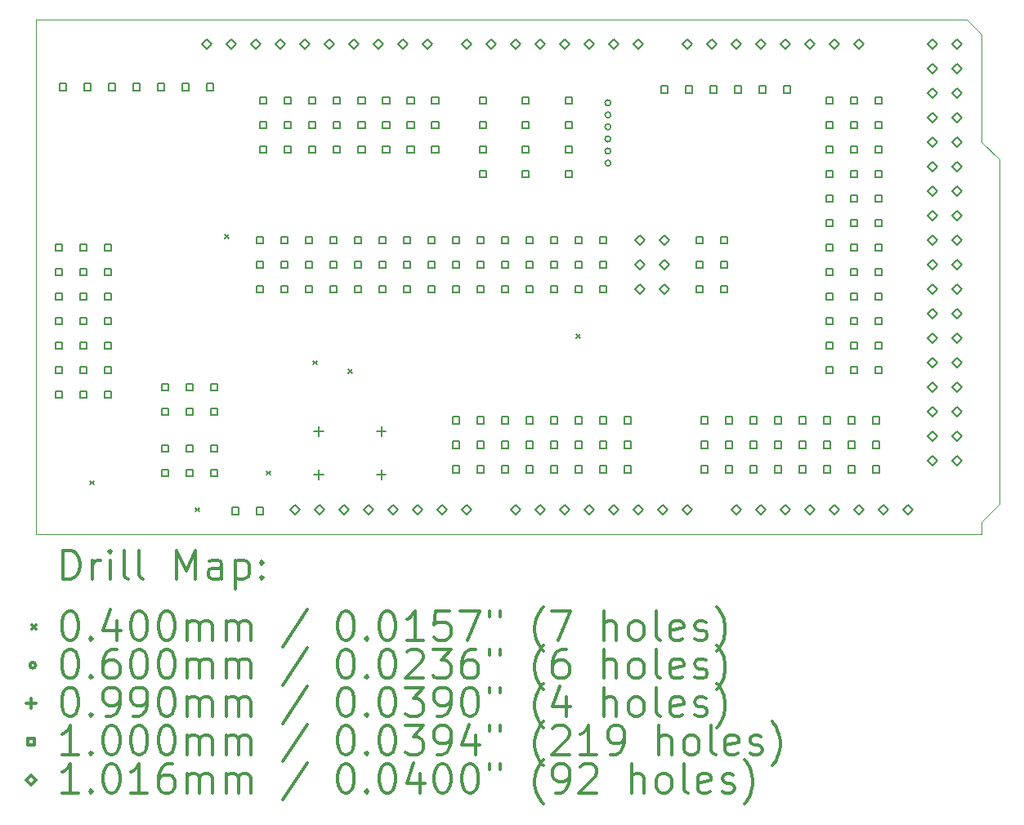
<source format=gbr>
%FSLAX45Y45*%
G04 Gerber Fmt 4.5, Leading zero omitted, Abs format (unit mm)*
G04 Created by KiCad (PCBNEW (5.1.12)-1) date 2021-11-28 08:50:07*
%MOMM*%
%LPD*%
G01*
G04 APERTURE LIST*
%TA.AperFunction,Profile*%
%ADD10C,0.050000*%
%TD*%
%ADD11C,0.200000*%
%ADD12C,0.300000*%
G04 APERTURE END LIST*
D10*
X10139680Y-6223000D02*
X19786600Y-6223000D01*
X10139680Y-11557000D02*
X10139680Y-6223000D01*
X19939000Y-11557000D02*
X10139680Y-11557000D01*
X20121880Y-11247120D02*
X19939000Y-11430000D01*
X20121880Y-7675880D02*
X20121880Y-11247120D01*
X19939000Y-7493000D02*
X20121880Y-7675880D01*
X19939000Y-11430000D02*
X19939000Y-11557000D01*
X19939000Y-6375400D02*
X19939000Y-7493000D01*
X19786600Y-6223000D02*
X19939000Y-6375400D01*
D11*
X10698800Y-11003600D02*
X10738800Y-11043600D01*
X10738800Y-11003600D02*
X10698800Y-11043600D01*
X11791000Y-11283000D02*
X11831000Y-11323000D01*
X11831000Y-11283000D02*
X11791000Y-11323000D01*
X12095800Y-8450900D02*
X12135800Y-8490900D01*
X12135800Y-8450900D02*
X12095800Y-8490900D01*
X12527600Y-10902000D02*
X12567600Y-10942000D01*
X12567600Y-10902000D02*
X12527600Y-10942000D01*
X13010200Y-9759000D02*
X13050200Y-9799000D01*
X13050200Y-9759000D02*
X13010200Y-9799000D01*
X13378200Y-9850440D02*
X13418200Y-9890440D01*
X13418200Y-9850440D02*
X13378200Y-9890440D01*
X15740700Y-9487220D02*
X15780700Y-9527220D01*
X15780700Y-9487220D02*
X15740700Y-9527220D01*
X16095500Y-7086600D02*
G75*
G03*
X16095500Y-7086600I-30000J0D01*
G01*
X16095500Y-7211600D02*
G75*
G03*
X16095500Y-7211600I-30000J0D01*
G01*
X16095500Y-7336600D02*
G75*
G03*
X16095500Y-7336600I-30000J0D01*
G01*
X16095500Y-7461600D02*
G75*
G03*
X16095500Y-7461600I-30000J0D01*
G01*
X16095500Y-7586600D02*
G75*
G03*
X16095500Y-7586600I-30000J0D01*
G01*
X16095500Y-7711600D02*
G75*
G03*
X16095500Y-7711600I-30000J0D01*
G01*
X13068300Y-10440700D02*
X13068300Y-10539700D01*
X13018800Y-10490200D02*
X13117800Y-10490200D01*
X13068300Y-10890700D02*
X13068300Y-10989700D01*
X13018800Y-10940200D02*
X13117800Y-10940200D01*
X13718300Y-10440700D02*
X13718300Y-10539700D01*
X13668800Y-10490200D02*
X13767800Y-10490200D01*
X13718300Y-10890700D02*
X13718300Y-10989700D01*
X13668800Y-10940200D02*
X13767800Y-10940200D01*
X10411256Y-8620556D02*
X10411256Y-8549844D01*
X10340544Y-8549844D01*
X10340544Y-8620556D01*
X10411256Y-8620556D01*
X10411256Y-8874556D02*
X10411256Y-8803844D01*
X10340544Y-8803844D01*
X10340544Y-8874556D01*
X10411256Y-8874556D01*
X10411256Y-9128556D02*
X10411256Y-9057844D01*
X10340544Y-9057844D01*
X10340544Y-9128556D01*
X10411256Y-9128556D01*
X10411256Y-9382556D02*
X10411256Y-9311844D01*
X10340544Y-9311844D01*
X10340544Y-9382556D01*
X10411256Y-9382556D01*
X10411256Y-9636556D02*
X10411256Y-9565844D01*
X10340544Y-9565844D01*
X10340544Y-9636556D01*
X10411256Y-9636556D01*
X10411256Y-9890556D02*
X10411256Y-9819844D01*
X10340544Y-9819844D01*
X10340544Y-9890556D01*
X10411256Y-9890556D01*
X10411256Y-10144556D02*
X10411256Y-10073844D01*
X10340544Y-10073844D01*
X10340544Y-10144556D01*
X10411256Y-10144556D01*
X10456976Y-6956856D02*
X10456976Y-6886144D01*
X10386264Y-6886144D01*
X10386264Y-6956856D01*
X10456976Y-6956856D01*
X10665256Y-8620556D02*
X10665256Y-8549844D01*
X10594544Y-8549844D01*
X10594544Y-8620556D01*
X10665256Y-8620556D01*
X10665256Y-8874556D02*
X10665256Y-8803844D01*
X10594544Y-8803844D01*
X10594544Y-8874556D01*
X10665256Y-8874556D01*
X10665256Y-9128556D02*
X10665256Y-9057844D01*
X10594544Y-9057844D01*
X10594544Y-9128556D01*
X10665256Y-9128556D01*
X10665256Y-9382556D02*
X10665256Y-9311844D01*
X10594544Y-9311844D01*
X10594544Y-9382556D01*
X10665256Y-9382556D01*
X10665256Y-9636556D02*
X10665256Y-9565844D01*
X10594544Y-9565844D01*
X10594544Y-9636556D01*
X10665256Y-9636556D01*
X10665256Y-9890556D02*
X10665256Y-9819844D01*
X10594544Y-9819844D01*
X10594544Y-9890556D01*
X10665256Y-9890556D01*
X10665256Y-10144556D02*
X10665256Y-10073844D01*
X10594544Y-10073844D01*
X10594544Y-10144556D01*
X10665256Y-10144556D01*
X10710976Y-6956856D02*
X10710976Y-6886144D01*
X10640264Y-6886144D01*
X10640264Y-6956856D01*
X10710976Y-6956856D01*
X10919256Y-8620556D02*
X10919256Y-8549844D01*
X10848544Y-8549844D01*
X10848544Y-8620556D01*
X10919256Y-8620556D01*
X10919256Y-8874556D02*
X10919256Y-8803844D01*
X10848544Y-8803844D01*
X10848544Y-8874556D01*
X10919256Y-8874556D01*
X10919256Y-9128556D02*
X10919256Y-9057844D01*
X10848544Y-9057844D01*
X10848544Y-9128556D01*
X10919256Y-9128556D01*
X10919256Y-9382556D02*
X10919256Y-9311844D01*
X10848544Y-9311844D01*
X10848544Y-9382556D01*
X10919256Y-9382556D01*
X10919256Y-9636556D02*
X10919256Y-9565844D01*
X10848544Y-9565844D01*
X10848544Y-9636556D01*
X10919256Y-9636556D01*
X10919256Y-9890556D02*
X10919256Y-9819844D01*
X10848544Y-9819844D01*
X10848544Y-9890556D01*
X10919256Y-9890556D01*
X10919256Y-10144556D02*
X10919256Y-10073844D01*
X10848544Y-10073844D01*
X10848544Y-10144556D01*
X10919256Y-10144556D01*
X10964976Y-6956856D02*
X10964976Y-6886144D01*
X10894264Y-6886144D01*
X10894264Y-6956856D01*
X10964976Y-6956856D01*
X11218976Y-6956856D02*
X11218976Y-6886144D01*
X11148264Y-6886144D01*
X11148264Y-6956856D01*
X11218976Y-6956856D01*
X11472976Y-6956856D02*
X11472976Y-6886144D01*
X11402264Y-6886144D01*
X11402264Y-6956856D01*
X11472976Y-6956856D01*
X11516156Y-10068356D02*
X11516156Y-9997644D01*
X11445444Y-9997644D01*
X11445444Y-10068356D01*
X11516156Y-10068356D01*
X11516156Y-10322356D02*
X11516156Y-10251644D01*
X11445444Y-10251644D01*
X11445444Y-10322356D01*
X11516156Y-10322356D01*
X11516156Y-10703356D02*
X11516156Y-10632644D01*
X11445444Y-10632644D01*
X11445444Y-10703356D01*
X11516156Y-10703356D01*
X11516156Y-10957356D02*
X11516156Y-10886644D01*
X11445444Y-10886644D01*
X11445444Y-10957356D01*
X11516156Y-10957356D01*
X11726976Y-6956856D02*
X11726976Y-6886144D01*
X11656264Y-6886144D01*
X11656264Y-6956856D01*
X11726976Y-6956856D01*
X11770156Y-10068356D02*
X11770156Y-9997644D01*
X11699444Y-9997644D01*
X11699444Y-10068356D01*
X11770156Y-10068356D01*
X11770156Y-10322356D02*
X11770156Y-10251644D01*
X11699444Y-10251644D01*
X11699444Y-10322356D01*
X11770156Y-10322356D01*
X11770156Y-10703356D02*
X11770156Y-10632644D01*
X11699444Y-10632644D01*
X11699444Y-10703356D01*
X11770156Y-10703356D01*
X11770156Y-10957356D02*
X11770156Y-10886644D01*
X11699444Y-10886644D01*
X11699444Y-10957356D01*
X11770156Y-10957356D01*
X11980976Y-6956856D02*
X11980976Y-6886144D01*
X11910264Y-6886144D01*
X11910264Y-6956856D01*
X11980976Y-6956856D01*
X12024156Y-10068356D02*
X12024156Y-9997644D01*
X11953444Y-9997644D01*
X11953444Y-10068356D01*
X12024156Y-10068356D01*
X12024156Y-10322356D02*
X12024156Y-10251644D01*
X11953444Y-10251644D01*
X11953444Y-10322356D01*
X12024156Y-10322356D01*
X12024156Y-10703356D02*
X12024156Y-10632644D01*
X11953444Y-10632644D01*
X11953444Y-10703356D01*
X12024156Y-10703356D01*
X12024156Y-10957356D02*
X12024156Y-10886644D01*
X11953444Y-10886644D01*
X11953444Y-10957356D01*
X12024156Y-10957356D01*
X12240056Y-11351056D02*
X12240056Y-11280344D01*
X12169344Y-11280344D01*
X12169344Y-11351056D01*
X12240056Y-11351056D01*
X12494056Y-8544356D02*
X12494056Y-8473644D01*
X12423344Y-8473644D01*
X12423344Y-8544356D01*
X12494056Y-8544356D01*
X12494056Y-8798356D02*
X12494056Y-8727644D01*
X12423344Y-8727644D01*
X12423344Y-8798356D01*
X12494056Y-8798356D01*
X12494056Y-9052356D02*
X12494056Y-8981644D01*
X12423344Y-8981644D01*
X12423344Y-9052356D01*
X12494056Y-9052356D01*
X12494056Y-11351056D02*
X12494056Y-11280344D01*
X12423344Y-11280344D01*
X12423344Y-11351056D01*
X12494056Y-11351056D01*
X12532156Y-7096556D02*
X12532156Y-7025844D01*
X12461444Y-7025844D01*
X12461444Y-7096556D01*
X12532156Y-7096556D01*
X12532156Y-7350556D02*
X12532156Y-7279844D01*
X12461444Y-7279844D01*
X12461444Y-7350556D01*
X12532156Y-7350556D01*
X12532156Y-7604556D02*
X12532156Y-7533844D01*
X12461444Y-7533844D01*
X12461444Y-7604556D01*
X12532156Y-7604556D01*
X12748056Y-8544356D02*
X12748056Y-8473644D01*
X12677344Y-8473644D01*
X12677344Y-8544356D01*
X12748056Y-8544356D01*
X12748056Y-8798356D02*
X12748056Y-8727644D01*
X12677344Y-8727644D01*
X12677344Y-8798356D01*
X12748056Y-8798356D01*
X12748056Y-9052356D02*
X12748056Y-8981644D01*
X12677344Y-8981644D01*
X12677344Y-9052356D01*
X12748056Y-9052356D01*
X12786156Y-7096556D02*
X12786156Y-7025844D01*
X12715444Y-7025844D01*
X12715444Y-7096556D01*
X12786156Y-7096556D01*
X12786156Y-7350556D02*
X12786156Y-7279844D01*
X12715444Y-7279844D01*
X12715444Y-7350556D01*
X12786156Y-7350556D01*
X12786156Y-7604556D02*
X12786156Y-7533844D01*
X12715444Y-7533844D01*
X12715444Y-7604556D01*
X12786156Y-7604556D01*
X13002056Y-8544356D02*
X13002056Y-8473644D01*
X12931344Y-8473644D01*
X12931344Y-8544356D01*
X13002056Y-8544356D01*
X13002056Y-8798356D02*
X13002056Y-8727644D01*
X12931344Y-8727644D01*
X12931344Y-8798356D01*
X13002056Y-8798356D01*
X13002056Y-9052356D02*
X13002056Y-8981644D01*
X12931344Y-8981644D01*
X12931344Y-9052356D01*
X13002056Y-9052356D01*
X13040156Y-7096556D02*
X13040156Y-7025844D01*
X12969444Y-7025844D01*
X12969444Y-7096556D01*
X13040156Y-7096556D01*
X13040156Y-7350556D02*
X13040156Y-7279844D01*
X12969444Y-7279844D01*
X12969444Y-7350556D01*
X13040156Y-7350556D01*
X13040156Y-7604556D02*
X13040156Y-7533844D01*
X12969444Y-7533844D01*
X12969444Y-7604556D01*
X13040156Y-7604556D01*
X13256056Y-8544356D02*
X13256056Y-8473644D01*
X13185344Y-8473644D01*
X13185344Y-8544356D01*
X13256056Y-8544356D01*
X13256056Y-8798356D02*
X13256056Y-8727644D01*
X13185344Y-8727644D01*
X13185344Y-8798356D01*
X13256056Y-8798356D01*
X13256056Y-9052356D02*
X13256056Y-8981644D01*
X13185344Y-8981644D01*
X13185344Y-9052356D01*
X13256056Y-9052356D01*
X13294156Y-7096556D02*
X13294156Y-7025844D01*
X13223444Y-7025844D01*
X13223444Y-7096556D01*
X13294156Y-7096556D01*
X13294156Y-7350556D02*
X13294156Y-7279844D01*
X13223444Y-7279844D01*
X13223444Y-7350556D01*
X13294156Y-7350556D01*
X13294156Y-7604556D02*
X13294156Y-7533844D01*
X13223444Y-7533844D01*
X13223444Y-7604556D01*
X13294156Y-7604556D01*
X13510056Y-8544356D02*
X13510056Y-8473644D01*
X13439344Y-8473644D01*
X13439344Y-8544356D01*
X13510056Y-8544356D01*
X13510056Y-8798356D02*
X13510056Y-8727644D01*
X13439344Y-8727644D01*
X13439344Y-8798356D01*
X13510056Y-8798356D01*
X13510056Y-9052356D02*
X13510056Y-8981644D01*
X13439344Y-8981644D01*
X13439344Y-9052356D01*
X13510056Y-9052356D01*
X13550696Y-7096536D02*
X13550696Y-7025824D01*
X13479984Y-7025824D01*
X13479984Y-7096536D01*
X13550696Y-7096536D01*
X13550696Y-7350536D02*
X13550696Y-7279824D01*
X13479984Y-7279824D01*
X13479984Y-7350536D01*
X13550696Y-7350536D01*
X13550696Y-7604536D02*
X13550696Y-7533824D01*
X13479984Y-7533824D01*
X13479984Y-7604536D01*
X13550696Y-7604536D01*
X13764056Y-8544356D02*
X13764056Y-8473644D01*
X13693344Y-8473644D01*
X13693344Y-8544356D01*
X13764056Y-8544356D01*
X13764056Y-8798356D02*
X13764056Y-8727644D01*
X13693344Y-8727644D01*
X13693344Y-8798356D01*
X13764056Y-8798356D01*
X13764056Y-9052356D02*
X13764056Y-8981644D01*
X13693344Y-8981644D01*
X13693344Y-9052356D01*
X13764056Y-9052356D01*
X13804696Y-7096536D02*
X13804696Y-7025824D01*
X13733984Y-7025824D01*
X13733984Y-7096536D01*
X13804696Y-7096536D01*
X13804696Y-7350536D02*
X13804696Y-7279824D01*
X13733984Y-7279824D01*
X13733984Y-7350536D01*
X13804696Y-7350536D01*
X13804696Y-7604536D02*
X13804696Y-7533824D01*
X13733984Y-7533824D01*
X13733984Y-7604536D01*
X13804696Y-7604536D01*
X14018056Y-8544356D02*
X14018056Y-8473644D01*
X13947344Y-8473644D01*
X13947344Y-8544356D01*
X14018056Y-8544356D01*
X14018056Y-8798356D02*
X14018056Y-8727644D01*
X13947344Y-8727644D01*
X13947344Y-8798356D01*
X14018056Y-8798356D01*
X14018056Y-9052356D02*
X14018056Y-8981644D01*
X13947344Y-8981644D01*
X13947344Y-9052356D01*
X14018056Y-9052356D01*
X14058696Y-7096556D02*
X14058696Y-7025844D01*
X13987984Y-7025844D01*
X13987984Y-7096556D01*
X14058696Y-7096556D01*
X14058696Y-7350556D02*
X14058696Y-7279844D01*
X13987984Y-7279844D01*
X13987984Y-7350556D01*
X14058696Y-7350556D01*
X14058696Y-7604556D02*
X14058696Y-7533844D01*
X13987984Y-7533844D01*
X13987984Y-7604556D01*
X14058696Y-7604556D01*
X14272056Y-8544356D02*
X14272056Y-8473644D01*
X14201344Y-8473644D01*
X14201344Y-8544356D01*
X14272056Y-8544356D01*
X14272056Y-8798356D02*
X14272056Y-8727644D01*
X14201344Y-8727644D01*
X14201344Y-8798356D01*
X14272056Y-8798356D01*
X14272056Y-9052356D02*
X14272056Y-8981644D01*
X14201344Y-8981644D01*
X14201344Y-9052356D01*
X14272056Y-9052356D01*
X14312696Y-7096556D02*
X14312696Y-7025844D01*
X14241984Y-7025844D01*
X14241984Y-7096556D01*
X14312696Y-7096556D01*
X14312696Y-7350556D02*
X14312696Y-7279844D01*
X14241984Y-7279844D01*
X14241984Y-7350556D01*
X14312696Y-7350556D01*
X14312696Y-7604556D02*
X14312696Y-7533844D01*
X14241984Y-7533844D01*
X14241984Y-7604556D01*
X14312696Y-7604556D01*
X14526056Y-8544356D02*
X14526056Y-8473644D01*
X14455344Y-8473644D01*
X14455344Y-8544356D01*
X14526056Y-8544356D01*
X14526056Y-8798356D02*
X14526056Y-8727644D01*
X14455344Y-8727644D01*
X14455344Y-8798356D01*
X14526056Y-8798356D01*
X14526056Y-9052356D02*
X14526056Y-8981644D01*
X14455344Y-8981644D01*
X14455344Y-9052356D01*
X14526056Y-9052356D01*
X14526056Y-10411256D02*
X14526056Y-10340544D01*
X14455344Y-10340544D01*
X14455344Y-10411256D01*
X14526056Y-10411256D01*
X14526056Y-10665256D02*
X14526056Y-10594544D01*
X14455344Y-10594544D01*
X14455344Y-10665256D01*
X14526056Y-10665256D01*
X14526056Y-10919256D02*
X14526056Y-10848544D01*
X14455344Y-10848544D01*
X14455344Y-10919256D01*
X14526056Y-10919256D01*
X14780056Y-8544356D02*
X14780056Y-8473644D01*
X14709344Y-8473644D01*
X14709344Y-8544356D01*
X14780056Y-8544356D01*
X14780056Y-8798356D02*
X14780056Y-8727644D01*
X14709344Y-8727644D01*
X14709344Y-8798356D01*
X14780056Y-8798356D01*
X14780056Y-9052356D02*
X14780056Y-8981644D01*
X14709344Y-8981644D01*
X14709344Y-9052356D01*
X14780056Y-9052356D01*
X14780056Y-10411256D02*
X14780056Y-10340544D01*
X14709344Y-10340544D01*
X14709344Y-10411256D01*
X14780056Y-10411256D01*
X14780056Y-10665256D02*
X14780056Y-10594544D01*
X14709344Y-10594544D01*
X14709344Y-10665256D01*
X14780056Y-10665256D01*
X14780056Y-10919256D02*
X14780056Y-10848544D01*
X14709344Y-10848544D01*
X14709344Y-10919256D01*
X14780056Y-10919256D01*
X14805456Y-7096556D02*
X14805456Y-7025844D01*
X14734744Y-7025844D01*
X14734744Y-7096556D01*
X14805456Y-7096556D01*
X14805456Y-7350556D02*
X14805456Y-7279844D01*
X14734744Y-7279844D01*
X14734744Y-7350556D01*
X14805456Y-7350556D01*
X14805456Y-7604556D02*
X14805456Y-7533844D01*
X14734744Y-7533844D01*
X14734744Y-7604556D01*
X14805456Y-7604556D01*
X14805456Y-7858556D02*
X14805456Y-7787844D01*
X14734744Y-7787844D01*
X14734744Y-7858556D01*
X14805456Y-7858556D01*
X15034056Y-8544356D02*
X15034056Y-8473644D01*
X14963344Y-8473644D01*
X14963344Y-8544356D01*
X15034056Y-8544356D01*
X15034056Y-8798356D02*
X15034056Y-8727644D01*
X14963344Y-8727644D01*
X14963344Y-8798356D01*
X15034056Y-8798356D01*
X15034056Y-9052356D02*
X15034056Y-8981644D01*
X14963344Y-8981644D01*
X14963344Y-9052356D01*
X15034056Y-9052356D01*
X15034056Y-10411256D02*
X15034056Y-10340544D01*
X14963344Y-10340544D01*
X14963344Y-10411256D01*
X15034056Y-10411256D01*
X15034056Y-10665256D02*
X15034056Y-10594544D01*
X14963344Y-10594544D01*
X14963344Y-10665256D01*
X15034056Y-10665256D01*
X15034056Y-10919256D02*
X15034056Y-10848544D01*
X14963344Y-10848544D01*
X14963344Y-10919256D01*
X15034056Y-10919256D01*
X15249956Y-7096556D02*
X15249956Y-7025844D01*
X15179244Y-7025844D01*
X15179244Y-7096556D01*
X15249956Y-7096556D01*
X15249956Y-7350556D02*
X15249956Y-7279844D01*
X15179244Y-7279844D01*
X15179244Y-7350556D01*
X15249956Y-7350556D01*
X15249956Y-7604556D02*
X15249956Y-7533844D01*
X15179244Y-7533844D01*
X15179244Y-7604556D01*
X15249956Y-7604556D01*
X15249956Y-7858556D02*
X15249956Y-7787844D01*
X15179244Y-7787844D01*
X15179244Y-7858556D01*
X15249956Y-7858556D01*
X15288056Y-8544356D02*
X15288056Y-8473644D01*
X15217344Y-8473644D01*
X15217344Y-8544356D01*
X15288056Y-8544356D01*
X15288056Y-8798356D02*
X15288056Y-8727644D01*
X15217344Y-8727644D01*
X15217344Y-8798356D01*
X15288056Y-8798356D01*
X15288056Y-9052356D02*
X15288056Y-8981644D01*
X15217344Y-8981644D01*
X15217344Y-9052356D01*
X15288056Y-9052356D01*
X15288056Y-10411256D02*
X15288056Y-10340544D01*
X15217344Y-10340544D01*
X15217344Y-10411256D01*
X15288056Y-10411256D01*
X15288056Y-10665256D02*
X15288056Y-10594544D01*
X15217344Y-10594544D01*
X15217344Y-10665256D01*
X15288056Y-10665256D01*
X15288056Y-10919256D02*
X15288056Y-10848544D01*
X15217344Y-10848544D01*
X15217344Y-10919256D01*
X15288056Y-10919256D01*
X15542056Y-8544356D02*
X15542056Y-8473644D01*
X15471344Y-8473644D01*
X15471344Y-8544356D01*
X15542056Y-8544356D01*
X15542056Y-8798356D02*
X15542056Y-8727644D01*
X15471344Y-8727644D01*
X15471344Y-8798356D01*
X15542056Y-8798356D01*
X15542056Y-9052356D02*
X15542056Y-8981644D01*
X15471344Y-8981644D01*
X15471344Y-9052356D01*
X15542056Y-9052356D01*
X15542056Y-10411256D02*
X15542056Y-10340544D01*
X15471344Y-10340544D01*
X15471344Y-10411256D01*
X15542056Y-10411256D01*
X15542056Y-10665256D02*
X15542056Y-10594544D01*
X15471344Y-10594544D01*
X15471344Y-10665256D01*
X15542056Y-10665256D01*
X15542056Y-10919256D02*
X15542056Y-10848544D01*
X15471344Y-10848544D01*
X15471344Y-10919256D01*
X15542056Y-10919256D01*
X15694456Y-7096556D02*
X15694456Y-7025844D01*
X15623744Y-7025844D01*
X15623744Y-7096556D01*
X15694456Y-7096556D01*
X15694456Y-7350556D02*
X15694456Y-7279844D01*
X15623744Y-7279844D01*
X15623744Y-7350556D01*
X15694456Y-7350556D01*
X15694456Y-7604556D02*
X15694456Y-7533844D01*
X15623744Y-7533844D01*
X15623744Y-7604556D01*
X15694456Y-7604556D01*
X15694456Y-7858556D02*
X15694456Y-7787844D01*
X15623744Y-7787844D01*
X15623744Y-7858556D01*
X15694456Y-7858556D01*
X15796056Y-8544356D02*
X15796056Y-8473644D01*
X15725344Y-8473644D01*
X15725344Y-8544356D01*
X15796056Y-8544356D01*
X15796056Y-8798356D02*
X15796056Y-8727644D01*
X15725344Y-8727644D01*
X15725344Y-8798356D01*
X15796056Y-8798356D01*
X15796056Y-9052356D02*
X15796056Y-8981644D01*
X15725344Y-8981644D01*
X15725344Y-9052356D01*
X15796056Y-9052356D01*
X15796056Y-10411256D02*
X15796056Y-10340544D01*
X15725344Y-10340544D01*
X15725344Y-10411256D01*
X15796056Y-10411256D01*
X15796056Y-10665256D02*
X15796056Y-10594544D01*
X15725344Y-10594544D01*
X15725344Y-10665256D01*
X15796056Y-10665256D01*
X15796056Y-10919256D02*
X15796056Y-10848544D01*
X15725344Y-10848544D01*
X15725344Y-10919256D01*
X15796056Y-10919256D01*
X16050056Y-8544356D02*
X16050056Y-8473644D01*
X15979344Y-8473644D01*
X15979344Y-8544356D01*
X16050056Y-8544356D01*
X16050056Y-8798356D02*
X16050056Y-8727644D01*
X15979344Y-8727644D01*
X15979344Y-8798356D01*
X16050056Y-8798356D01*
X16050056Y-9052356D02*
X16050056Y-8981644D01*
X15979344Y-8981644D01*
X15979344Y-9052356D01*
X16050056Y-9052356D01*
X16050056Y-10411256D02*
X16050056Y-10340544D01*
X15979344Y-10340544D01*
X15979344Y-10411256D01*
X16050056Y-10411256D01*
X16050056Y-10665256D02*
X16050056Y-10594544D01*
X15979344Y-10594544D01*
X15979344Y-10665256D01*
X16050056Y-10665256D01*
X16050056Y-10919256D02*
X16050056Y-10848544D01*
X15979344Y-10848544D01*
X15979344Y-10919256D01*
X16050056Y-10919256D01*
X16304056Y-10411256D02*
X16304056Y-10340544D01*
X16233344Y-10340544D01*
X16233344Y-10411256D01*
X16304056Y-10411256D01*
X16304056Y-10665256D02*
X16304056Y-10594544D01*
X16233344Y-10594544D01*
X16233344Y-10665256D01*
X16304056Y-10665256D01*
X16304056Y-10919256D02*
X16304056Y-10848544D01*
X16233344Y-10848544D01*
X16233344Y-10919256D01*
X16304056Y-10919256D01*
X16685056Y-6982256D02*
X16685056Y-6911544D01*
X16614344Y-6911544D01*
X16614344Y-6982256D01*
X16685056Y-6982256D01*
X16939056Y-6982256D02*
X16939056Y-6911544D01*
X16868344Y-6911544D01*
X16868344Y-6982256D01*
X16939056Y-6982256D01*
X17048276Y-8546896D02*
X17048276Y-8476184D01*
X16977564Y-8476184D01*
X16977564Y-8546896D01*
X17048276Y-8546896D01*
X17048276Y-8800896D02*
X17048276Y-8730184D01*
X16977564Y-8730184D01*
X16977564Y-8800896D01*
X17048276Y-8800896D01*
X17048276Y-9054896D02*
X17048276Y-8984184D01*
X16977564Y-8984184D01*
X16977564Y-9054896D01*
X17048276Y-9054896D01*
X17104156Y-10411256D02*
X17104156Y-10340544D01*
X17033444Y-10340544D01*
X17033444Y-10411256D01*
X17104156Y-10411256D01*
X17104156Y-10665256D02*
X17104156Y-10594544D01*
X17033444Y-10594544D01*
X17033444Y-10665256D01*
X17104156Y-10665256D01*
X17104156Y-10919256D02*
X17104156Y-10848544D01*
X17033444Y-10848544D01*
X17033444Y-10919256D01*
X17104156Y-10919256D01*
X17193056Y-6982256D02*
X17193056Y-6911544D01*
X17122344Y-6911544D01*
X17122344Y-6982256D01*
X17193056Y-6982256D01*
X17302276Y-8546896D02*
X17302276Y-8476184D01*
X17231564Y-8476184D01*
X17231564Y-8546896D01*
X17302276Y-8546896D01*
X17302276Y-8800896D02*
X17302276Y-8730184D01*
X17231564Y-8730184D01*
X17231564Y-8800896D01*
X17302276Y-8800896D01*
X17302276Y-9054896D02*
X17302276Y-8984184D01*
X17231564Y-8984184D01*
X17231564Y-9054896D01*
X17302276Y-9054896D01*
X17358156Y-10411256D02*
X17358156Y-10340544D01*
X17287444Y-10340544D01*
X17287444Y-10411256D01*
X17358156Y-10411256D01*
X17358156Y-10665256D02*
X17358156Y-10594544D01*
X17287444Y-10594544D01*
X17287444Y-10665256D01*
X17358156Y-10665256D01*
X17358156Y-10919256D02*
X17358156Y-10848544D01*
X17287444Y-10848544D01*
X17287444Y-10919256D01*
X17358156Y-10919256D01*
X17447056Y-6982256D02*
X17447056Y-6911544D01*
X17376344Y-6911544D01*
X17376344Y-6982256D01*
X17447056Y-6982256D01*
X17612156Y-10411256D02*
X17612156Y-10340544D01*
X17541444Y-10340544D01*
X17541444Y-10411256D01*
X17612156Y-10411256D01*
X17612156Y-10665256D02*
X17612156Y-10594544D01*
X17541444Y-10594544D01*
X17541444Y-10665256D01*
X17612156Y-10665256D01*
X17612156Y-10919256D02*
X17612156Y-10848544D01*
X17541444Y-10848544D01*
X17541444Y-10919256D01*
X17612156Y-10919256D01*
X17701056Y-6982256D02*
X17701056Y-6911544D01*
X17630344Y-6911544D01*
X17630344Y-6982256D01*
X17701056Y-6982256D01*
X17866156Y-10411256D02*
X17866156Y-10340544D01*
X17795444Y-10340544D01*
X17795444Y-10411256D01*
X17866156Y-10411256D01*
X17866156Y-10665256D02*
X17866156Y-10594544D01*
X17795444Y-10594544D01*
X17795444Y-10665256D01*
X17866156Y-10665256D01*
X17866156Y-10919256D02*
X17866156Y-10848544D01*
X17795444Y-10848544D01*
X17795444Y-10919256D01*
X17866156Y-10919256D01*
X17955056Y-6982256D02*
X17955056Y-6911544D01*
X17884344Y-6911544D01*
X17884344Y-6982256D01*
X17955056Y-6982256D01*
X18120156Y-10411256D02*
X18120156Y-10340544D01*
X18049444Y-10340544D01*
X18049444Y-10411256D01*
X18120156Y-10411256D01*
X18120156Y-10665256D02*
X18120156Y-10594544D01*
X18049444Y-10594544D01*
X18049444Y-10665256D01*
X18120156Y-10665256D01*
X18120156Y-10919256D02*
X18120156Y-10848544D01*
X18049444Y-10848544D01*
X18049444Y-10919256D01*
X18120156Y-10919256D01*
X18374156Y-10411256D02*
X18374156Y-10340544D01*
X18303444Y-10340544D01*
X18303444Y-10411256D01*
X18374156Y-10411256D01*
X18374156Y-10665256D02*
X18374156Y-10594544D01*
X18303444Y-10594544D01*
X18303444Y-10665256D01*
X18374156Y-10665256D01*
X18374156Y-10919256D02*
X18374156Y-10848544D01*
X18303444Y-10848544D01*
X18303444Y-10919256D01*
X18374156Y-10919256D01*
X18399556Y-7096556D02*
X18399556Y-7025844D01*
X18328844Y-7025844D01*
X18328844Y-7096556D01*
X18399556Y-7096556D01*
X18399556Y-7350556D02*
X18399556Y-7279844D01*
X18328844Y-7279844D01*
X18328844Y-7350556D01*
X18399556Y-7350556D01*
X18399556Y-7604556D02*
X18399556Y-7533844D01*
X18328844Y-7533844D01*
X18328844Y-7604556D01*
X18399556Y-7604556D01*
X18399556Y-7858556D02*
X18399556Y-7787844D01*
X18328844Y-7787844D01*
X18328844Y-7858556D01*
X18399556Y-7858556D01*
X18399556Y-8112556D02*
X18399556Y-8041844D01*
X18328844Y-8041844D01*
X18328844Y-8112556D01*
X18399556Y-8112556D01*
X18399556Y-8366556D02*
X18399556Y-8295844D01*
X18328844Y-8295844D01*
X18328844Y-8366556D01*
X18399556Y-8366556D01*
X18399556Y-8620556D02*
X18399556Y-8549844D01*
X18328844Y-8549844D01*
X18328844Y-8620556D01*
X18399556Y-8620556D01*
X18399556Y-8874556D02*
X18399556Y-8803844D01*
X18328844Y-8803844D01*
X18328844Y-8874556D01*
X18399556Y-8874556D01*
X18399556Y-9128556D02*
X18399556Y-9057844D01*
X18328844Y-9057844D01*
X18328844Y-9128556D01*
X18399556Y-9128556D01*
X18399556Y-9382556D02*
X18399556Y-9311844D01*
X18328844Y-9311844D01*
X18328844Y-9382556D01*
X18399556Y-9382556D01*
X18399556Y-9636556D02*
X18399556Y-9565844D01*
X18328844Y-9565844D01*
X18328844Y-9636556D01*
X18399556Y-9636556D01*
X18399556Y-9890556D02*
X18399556Y-9819844D01*
X18328844Y-9819844D01*
X18328844Y-9890556D01*
X18399556Y-9890556D01*
X18628156Y-10411256D02*
X18628156Y-10340544D01*
X18557444Y-10340544D01*
X18557444Y-10411256D01*
X18628156Y-10411256D01*
X18628156Y-10665256D02*
X18628156Y-10594544D01*
X18557444Y-10594544D01*
X18557444Y-10665256D01*
X18628156Y-10665256D01*
X18628156Y-10919256D02*
X18628156Y-10848544D01*
X18557444Y-10848544D01*
X18557444Y-10919256D01*
X18628156Y-10919256D01*
X18653556Y-7096556D02*
X18653556Y-7025844D01*
X18582844Y-7025844D01*
X18582844Y-7096556D01*
X18653556Y-7096556D01*
X18653556Y-7350556D02*
X18653556Y-7279844D01*
X18582844Y-7279844D01*
X18582844Y-7350556D01*
X18653556Y-7350556D01*
X18653556Y-7604556D02*
X18653556Y-7533844D01*
X18582844Y-7533844D01*
X18582844Y-7604556D01*
X18653556Y-7604556D01*
X18653556Y-7858556D02*
X18653556Y-7787844D01*
X18582844Y-7787844D01*
X18582844Y-7858556D01*
X18653556Y-7858556D01*
X18653556Y-8112556D02*
X18653556Y-8041844D01*
X18582844Y-8041844D01*
X18582844Y-8112556D01*
X18653556Y-8112556D01*
X18653556Y-8366556D02*
X18653556Y-8295844D01*
X18582844Y-8295844D01*
X18582844Y-8366556D01*
X18653556Y-8366556D01*
X18653556Y-8620556D02*
X18653556Y-8549844D01*
X18582844Y-8549844D01*
X18582844Y-8620556D01*
X18653556Y-8620556D01*
X18653556Y-8874556D02*
X18653556Y-8803844D01*
X18582844Y-8803844D01*
X18582844Y-8874556D01*
X18653556Y-8874556D01*
X18653556Y-9128556D02*
X18653556Y-9057844D01*
X18582844Y-9057844D01*
X18582844Y-9128556D01*
X18653556Y-9128556D01*
X18653556Y-9382556D02*
X18653556Y-9311844D01*
X18582844Y-9311844D01*
X18582844Y-9382556D01*
X18653556Y-9382556D01*
X18653556Y-9636556D02*
X18653556Y-9565844D01*
X18582844Y-9565844D01*
X18582844Y-9636556D01*
X18653556Y-9636556D01*
X18653556Y-9890556D02*
X18653556Y-9819844D01*
X18582844Y-9819844D01*
X18582844Y-9890556D01*
X18653556Y-9890556D01*
X18882156Y-10411256D02*
X18882156Y-10340544D01*
X18811444Y-10340544D01*
X18811444Y-10411256D01*
X18882156Y-10411256D01*
X18882156Y-10665256D02*
X18882156Y-10594544D01*
X18811444Y-10594544D01*
X18811444Y-10665256D01*
X18882156Y-10665256D01*
X18882156Y-10919256D02*
X18882156Y-10848544D01*
X18811444Y-10848544D01*
X18811444Y-10919256D01*
X18882156Y-10919256D01*
X18907556Y-7096556D02*
X18907556Y-7025844D01*
X18836844Y-7025844D01*
X18836844Y-7096556D01*
X18907556Y-7096556D01*
X18907556Y-7350556D02*
X18907556Y-7279844D01*
X18836844Y-7279844D01*
X18836844Y-7350556D01*
X18907556Y-7350556D01*
X18907556Y-7604556D02*
X18907556Y-7533844D01*
X18836844Y-7533844D01*
X18836844Y-7604556D01*
X18907556Y-7604556D01*
X18907556Y-7858556D02*
X18907556Y-7787844D01*
X18836844Y-7787844D01*
X18836844Y-7858556D01*
X18907556Y-7858556D01*
X18907556Y-8112556D02*
X18907556Y-8041844D01*
X18836844Y-8041844D01*
X18836844Y-8112556D01*
X18907556Y-8112556D01*
X18907556Y-8366556D02*
X18907556Y-8295844D01*
X18836844Y-8295844D01*
X18836844Y-8366556D01*
X18907556Y-8366556D01*
X18907556Y-8620556D02*
X18907556Y-8549844D01*
X18836844Y-8549844D01*
X18836844Y-8620556D01*
X18907556Y-8620556D01*
X18907556Y-8874556D02*
X18907556Y-8803844D01*
X18836844Y-8803844D01*
X18836844Y-8874556D01*
X18907556Y-8874556D01*
X18907556Y-9128556D02*
X18907556Y-9057844D01*
X18836844Y-9057844D01*
X18836844Y-9128556D01*
X18907556Y-9128556D01*
X18907556Y-9382556D02*
X18907556Y-9311844D01*
X18836844Y-9311844D01*
X18836844Y-9382556D01*
X18907556Y-9382556D01*
X18907556Y-9636556D02*
X18907556Y-9565844D01*
X18836844Y-9565844D01*
X18836844Y-9636556D01*
X18907556Y-9636556D01*
X18907556Y-9890556D02*
X18907556Y-9819844D01*
X18836844Y-9819844D01*
X18836844Y-9890556D01*
X18907556Y-9890556D01*
X11912600Y-6527800D02*
X11963400Y-6477000D01*
X11912600Y-6426200D01*
X11861800Y-6477000D01*
X11912600Y-6527800D01*
X12166600Y-6527800D02*
X12217400Y-6477000D01*
X12166600Y-6426200D01*
X12115800Y-6477000D01*
X12166600Y-6527800D01*
X12420600Y-6527800D02*
X12471400Y-6477000D01*
X12420600Y-6426200D01*
X12369800Y-6477000D01*
X12420600Y-6527800D01*
X12674600Y-6527800D02*
X12725400Y-6477000D01*
X12674600Y-6426200D01*
X12623800Y-6477000D01*
X12674600Y-6527800D01*
X12827000Y-11353800D02*
X12877800Y-11303000D01*
X12827000Y-11252200D01*
X12776200Y-11303000D01*
X12827000Y-11353800D01*
X12928600Y-6527800D02*
X12979400Y-6477000D01*
X12928600Y-6426200D01*
X12877800Y-6477000D01*
X12928600Y-6527800D01*
X13081000Y-11353800D02*
X13131800Y-11303000D01*
X13081000Y-11252200D01*
X13030200Y-11303000D01*
X13081000Y-11353800D01*
X13182600Y-6527800D02*
X13233400Y-6477000D01*
X13182600Y-6426200D01*
X13131800Y-6477000D01*
X13182600Y-6527800D01*
X13335000Y-11353800D02*
X13385800Y-11303000D01*
X13335000Y-11252200D01*
X13284200Y-11303000D01*
X13335000Y-11353800D01*
X13436600Y-6527800D02*
X13487400Y-6477000D01*
X13436600Y-6426200D01*
X13385800Y-6477000D01*
X13436600Y-6527800D01*
X13589000Y-11353800D02*
X13639800Y-11303000D01*
X13589000Y-11252200D01*
X13538200Y-11303000D01*
X13589000Y-11353800D01*
X13690600Y-6527800D02*
X13741400Y-6477000D01*
X13690600Y-6426200D01*
X13639800Y-6477000D01*
X13690600Y-6527800D01*
X13843000Y-11353800D02*
X13893800Y-11303000D01*
X13843000Y-11252200D01*
X13792200Y-11303000D01*
X13843000Y-11353800D01*
X13944600Y-6527800D02*
X13995400Y-6477000D01*
X13944600Y-6426200D01*
X13893800Y-6477000D01*
X13944600Y-6527800D01*
X14097000Y-11353800D02*
X14147800Y-11303000D01*
X14097000Y-11252200D01*
X14046200Y-11303000D01*
X14097000Y-11353800D01*
X14198600Y-6527800D02*
X14249400Y-6477000D01*
X14198600Y-6426200D01*
X14147800Y-6477000D01*
X14198600Y-6527800D01*
X14351000Y-11353800D02*
X14401800Y-11303000D01*
X14351000Y-11252200D01*
X14300200Y-11303000D01*
X14351000Y-11353800D01*
X14605000Y-6527800D02*
X14655800Y-6477000D01*
X14605000Y-6426200D01*
X14554200Y-6477000D01*
X14605000Y-6527800D01*
X14605000Y-11353800D02*
X14655800Y-11303000D01*
X14605000Y-11252200D01*
X14554200Y-11303000D01*
X14605000Y-11353800D01*
X14859000Y-6527800D02*
X14909800Y-6477000D01*
X14859000Y-6426200D01*
X14808200Y-6477000D01*
X14859000Y-6527800D01*
X15113000Y-6527800D02*
X15163800Y-6477000D01*
X15113000Y-6426200D01*
X15062200Y-6477000D01*
X15113000Y-6527800D01*
X15113000Y-11353800D02*
X15163800Y-11303000D01*
X15113000Y-11252200D01*
X15062200Y-11303000D01*
X15113000Y-11353800D01*
X15367000Y-6527800D02*
X15417800Y-6477000D01*
X15367000Y-6426200D01*
X15316200Y-6477000D01*
X15367000Y-6527800D01*
X15367000Y-11353800D02*
X15417800Y-11303000D01*
X15367000Y-11252200D01*
X15316200Y-11303000D01*
X15367000Y-11353800D01*
X15621000Y-6527800D02*
X15671800Y-6477000D01*
X15621000Y-6426200D01*
X15570200Y-6477000D01*
X15621000Y-6527800D01*
X15621000Y-11353800D02*
X15671800Y-11303000D01*
X15621000Y-11252200D01*
X15570200Y-11303000D01*
X15621000Y-11353800D01*
X15875000Y-6527800D02*
X15925800Y-6477000D01*
X15875000Y-6426200D01*
X15824200Y-6477000D01*
X15875000Y-6527800D01*
X15875000Y-11353800D02*
X15925800Y-11303000D01*
X15875000Y-11252200D01*
X15824200Y-11303000D01*
X15875000Y-11353800D01*
X16129000Y-6527800D02*
X16179800Y-6477000D01*
X16129000Y-6426200D01*
X16078200Y-6477000D01*
X16129000Y-6527800D01*
X16129000Y-11353800D02*
X16179800Y-11303000D01*
X16129000Y-11252200D01*
X16078200Y-11303000D01*
X16129000Y-11353800D01*
X16383000Y-6527800D02*
X16433800Y-6477000D01*
X16383000Y-6426200D01*
X16332200Y-6477000D01*
X16383000Y-6527800D01*
X16383000Y-11353800D02*
X16433800Y-11303000D01*
X16383000Y-11252200D01*
X16332200Y-11303000D01*
X16383000Y-11353800D01*
X16395700Y-8559800D02*
X16446500Y-8509000D01*
X16395700Y-8458200D01*
X16344900Y-8509000D01*
X16395700Y-8559800D01*
X16395700Y-8813800D02*
X16446500Y-8763000D01*
X16395700Y-8712200D01*
X16344900Y-8763000D01*
X16395700Y-8813800D01*
X16395700Y-9067800D02*
X16446500Y-9017000D01*
X16395700Y-8966200D01*
X16344900Y-9017000D01*
X16395700Y-9067800D01*
X16637000Y-11353800D02*
X16687800Y-11303000D01*
X16637000Y-11252200D01*
X16586200Y-11303000D01*
X16637000Y-11353800D01*
X16649700Y-8559800D02*
X16700500Y-8509000D01*
X16649700Y-8458200D01*
X16598900Y-8509000D01*
X16649700Y-8559800D01*
X16649700Y-8813800D02*
X16700500Y-8763000D01*
X16649700Y-8712200D01*
X16598900Y-8763000D01*
X16649700Y-8813800D01*
X16649700Y-9067800D02*
X16700500Y-9017000D01*
X16649700Y-8966200D01*
X16598900Y-9017000D01*
X16649700Y-9067800D01*
X16891000Y-6527800D02*
X16941800Y-6477000D01*
X16891000Y-6426200D01*
X16840200Y-6477000D01*
X16891000Y-6527800D01*
X16891000Y-11353800D02*
X16941800Y-11303000D01*
X16891000Y-11252200D01*
X16840200Y-11303000D01*
X16891000Y-11353800D01*
X17145000Y-6527800D02*
X17195800Y-6477000D01*
X17145000Y-6426200D01*
X17094200Y-6477000D01*
X17145000Y-6527800D01*
X17399000Y-6527800D02*
X17449800Y-6477000D01*
X17399000Y-6426200D01*
X17348200Y-6477000D01*
X17399000Y-6527800D01*
X17399000Y-11353800D02*
X17449800Y-11303000D01*
X17399000Y-11252200D01*
X17348200Y-11303000D01*
X17399000Y-11353800D01*
X17653000Y-6527800D02*
X17703800Y-6477000D01*
X17653000Y-6426200D01*
X17602200Y-6477000D01*
X17653000Y-6527800D01*
X17653000Y-11353800D02*
X17703800Y-11303000D01*
X17653000Y-11252200D01*
X17602200Y-11303000D01*
X17653000Y-11353800D01*
X17907000Y-6527800D02*
X17957800Y-6477000D01*
X17907000Y-6426200D01*
X17856200Y-6477000D01*
X17907000Y-6527800D01*
X17907000Y-11353800D02*
X17957800Y-11303000D01*
X17907000Y-11252200D01*
X17856200Y-11303000D01*
X17907000Y-11353800D01*
X18161000Y-6527800D02*
X18211800Y-6477000D01*
X18161000Y-6426200D01*
X18110200Y-6477000D01*
X18161000Y-6527800D01*
X18161000Y-11353800D02*
X18211800Y-11303000D01*
X18161000Y-11252200D01*
X18110200Y-11303000D01*
X18161000Y-11353800D01*
X18415000Y-6527800D02*
X18465800Y-6477000D01*
X18415000Y-6426200D01*
X18364200Y-6477000D01*
X18415000Y-6527800D01*
X18415000Y-11353800D02*
X18465800Y-11303000D01*
X18415000Y-11252200D01*
X18364200Y-11303000D01*
X18415000Y-11353800D01*
X18669000Y-6527800D02*
X18719800Y-6477000D01*
X18669000Y-6426200D01*
X18618200Y-6477000D01*
X18669000Y-6527800D01*
X18669000Y-11353800D02*
X18719800Y-11303000D01*
X18669000Y-11252200D01*
X18618200Y-11303000D01*
X18669000Y-11353800D01*
X18923000Y-11353800D02*
X18973800Y-11303000D01*
X18923000Y-11252200D01*
X18872200Y-11303000D01*
X18923000Y-11353800D01*
X19177000Y-11353800D02*
X19227800Y-11303000D01*
X19177000Y-11252200D01*
X19126200Y-11303000D01*
X19177000Y-11353800D01*
X19431000Y-6527800D02*
X19481800Y-6477000D01*
X19431000Y-6426200D01*
X19380200Y-6477000D01*
X19431000Y-6527800D01*
X19431000Y-6781800D02*
X19481800Y-6731000D01*
X19431000Y-6680200D01*
X19380200Y-6731000D01*
X19431000Y-6781800D01*
X19431000Y-7035800D02*
X19481800Y-6985000D01*
X19431000Y-6934200D01*
X19380200Y-6985000D01*
X19431000Y-7035800D01*
X19431000Y-7289800D02*
X19481800Y-7239000D01*
X19431000Y-7188200D01*
X19380200Y-7239000D01*
X19431000Y-7289800D01*
X19431000Y-7543800D02*
X19481800Y-7493000D01*
X19431000Y-7442200D01*
X19380200Y-7493000D01*
X19431000Y-7543800D01*
X19431000Y-7797800D02*
X19481800Y-7747000D01*
X19431000Y-7696200D01*
X19380200Y-7747000D01*
X19431000Y-7797800D01*
X19431000Y-8051800D02*
X19481800Y-8001000D01*
X19431000Y-7950200D01*
X19380200Y-8001000D01*
X19431000Y-8051800D01*
X19431000Y-8305800D02*
X19481800Y-8255000D01*
X19431000Y-8204200D01*
X19380200Y-8255000D01*
X19431000Y-8305800D01*
X19431000Y-8559800D02*
X19481800Y-8509000D01*
X19431000Y-8458200D01*
X19380200Y-8509000D01*
X19431000Y-8559800D01*
X19431000Y-8813800D02*
X19481800Y-8763000D01*
X19431000Y-8712200D01*
X19380200Y-8763000D01*
X19431000Y-8813800D01*
X19431000Y-9067800D02*
X19481800Y-9017000D01*
X19431000Y-8966200D01*
X19380200Y-9017000D01*
X19431000Y-9067800D01*
X19431000Y-9321800D02*
X19481800Y-9271000D01*
X19431000Y-9220200D01*
X19380200Y-9271000D01*
X19431000Y-9321800D01*
X19431000Y-9575800D02*
X19481800Y-9525000D01*
X19431000Y-9474200D01*
X19380200Y-9525000D01*
X19431000Y-9575800D01*
X19431000Y-9829800D02*
X19481800Y-9779000D01*
X19431000Y-9728200D01*
X19380200Y-9779000D01*
X19431000Y-9829800D01*
X19431000Y-10083800D02*
X19481800Y-10033000D01*
X19431000Y-9982200D01*
X19380200Y-10033000D01*
X19431000Y-10083800D01*
X19431000Y-10337800D02*
X19481800Y-10287000D01*
X19431000Y-10236200D01*
X19380200Y-10287000D01*
X19431000Y-10337800D01*
X19431000Y-10591800D02*
X19481800Y-10541000D01*
X19431000Y-10490200D01*
X19380200Y-10541000D01*
X19431000Y-10591800D01*
X19431000Y-10845800D02*
X19481800Y-10795000D01*
X19431000Y-10744200D01*
X19380200Y-10795000D01*
X19431000Y-10845800D01*
X19685000Y-6527800D02*
X19735800Y-6477000D01*
X19685000Y-6426200D01*
X19634200Y-6477000D01*
X19685000Y-6527800D01*
X19685000Y-6781800D02*
X19735800Y-6731000D01*
X19685000Y-6680200D01*
X19634200Y-6731000D01*
X19685000Y-6781800D01*
X19685000Y-7035800D02*
X19735800Y-6985000D01*
X19685000Y-6934200D01*
X19634200Y-6985000D01*
X19685000Y-7035800D01*
X19685000Y-7289800D02*
X19735800Y-7239000D01*
X19685000Y-7188200D01*
X19634200Y-7239000D01*
X19685000Y-7289800D01*
X19685000Y-7543800D02*
X19735800Y-7493000D01*
X19685000Y-7442200D01*
X19634200Y-7493000D01*
X19685000Y-7543800D01*
X19685000Y-7797800D02*
X19735800Y-7747000D01*
X19685000Y-7696200D01*
X19634200Y-7747000D01*
X19685000Y-7797800D01*
X19685000Y-8051800D02*
X19735800Y-8001000D01*
X19685000Y-7950200D01*
X19634200Y-8001000D01*
X19685000Y-8051800D01*
X19685000Y-8305800D02*
X19735800Y-8255000D01*
X19685000Y-8204200D01*
X19634200Y-8255000D01*
X19685000Y-8305800D01*
X19685000Y-8559800D02*
X19735800Y-8509000D01*
X19685000Y-8458200D01*
X19634200Y-8509000D01*
X19685000Y-8559800D01*
X19685000Y-8813800D02*
X19735800Y-8763000D01*
X19685000Y-8712200D01*
X19634200Y-8763000D01*
X19685000Y-8813800D01*
X19685000Y-9067800D02*
X19735800Y-9017000D01*
X19685000Y-8966200D01*
X19634200Y-9017000D01*
X19685000Y-9067800D01*
X19685000Y-9321800D02*
X19735800Y-9271000D01*
X19685000Y-9220200D01*
X19634200Y-9271000D01*
X19685000Y-9321800D01*
X19685000Y-9575800D02*
X19735800Y-9525000D01*
X19685000Y-9474200D01*
X19634200Y-9525000D01*
X19685000Y-9575800D01*
X19685000Y-9829800D02*
X19735800Y-9779000D01*
X19685000Y-9728200D01*
X19634200Y-9779000D01*
X19685000Y-9829800D01*
X19685000Y-10083800D02*
X19735800Y-10033000D01*
X19685000Y-9982200D01*
X19634200Y-10033000D01*
X19685000Y-10083800D01*
X19685000Y-10337800D02*
X19735800Y-10287000D01*
X19685000Y-10236200D01*
X19634200Y-10287000D01*
X19685000Y-10337800D01*
X19685000Y-10591800D02*
X19735800Y-10541000D01*
X19685000Y-10490200D01*
X19634200Y-10541000D01*
X19685000Y-10591800D01*
X19685000Y-10845800D02*
X19735800Y-10795000D01*
X19685000Y-10744200D01*
X19634200Y-10795000D01*
X19685000Y-10845800D01*
D12*
X10423608Y-12025214D02*
X10423608Y-11725214D01*
X10495037Y-11725214D01*
X10537894Y-11739500D01*
X10566466Y-11768071D01*
X10580751Y-11796643D01*
X10595037Y-11853786D01*
X10595037Y-11896643D01*
X10580751Y-11953786D01*
X10566466Y-11982357D01*
X10537894Y-12010929D01*
X10495037Y-12025214D01*
X10423608Y-12025214D01*
X10723608Y-12025214D02*
X10723608Y-11825214D01*
X10723608Y-11882357D02*
X10737894Y-11853786D01*
X10752180Y-11839500D01*
X10780751Y-11825214D01*
X10809323Y-11825214D01*
X10909323Y-12025214D02*
X10909323Y-11825214D01*
X10909323Y-11725214D02*
X10895037Y-11739500D01*
X10909323Y-11753786D01*
X10923608Y-11739500D01*
X10909323Y-11725214D01*
X10909323Y-11753786D01*
X11095037Y-12025214D02*
X11066466Y-12010929D01*
X11052180Y-11982357D01*
X11052180Y-11725214D01*
X11252180Y-12025214D02*
X11223608Y-12010929D01*
X11209323Y-11982357D01*
X11209323Y-11725214D01*
X11595037Y-12025214D02*
X11595037Y-11725214D01*
X11695037Y-11939500D01*
X11795037Y-11725214D01*
X11795037Y-12025214D01*
X12066466Y-12025214D02*
X12066466Y-11868071D01*
X12052180Y-11839500D01*
X12023608Y-11825214D01*
X11966466Y-11825214D01*
X11937894Y-11839500D01*
X12066466Y-12010929D02*
X12037894Y-12025214D01*
X11966466Y-12025214D01*
X11937894Y-12010929D01*
X11923608Y-11982357D01*
X11923608Y-11953786D01*
X11937894Y-11925214D01*
X11966466Y-11910929D01*
X12037894Y-11910929D01*
X12066466Y-11896643D01*
X12209323Y-11825214D02*
X12209323Y-12125214D01*
X12209323Y-11839500D02*
X12237894Y-11825214D01*
X12295037Y-11825214D01*
X12323608Y-11839500D01*
X12337894Y-11853786D01*
X12352180Y-11882357D01*
X12352180Y-11968071D01*
X12337894Y-11996643D01*
X12323608Y-12010929D01*
X12295037Y-12025214D01*
X12237894Y-12025214D01*
X12209323Y-12010929D01*
X12480751Y-11996643D02*
X12495037Y-12010929D01*
X12480751Y-12025214D01*
X12466466Y-12010929D01*
X12480751Y-11996643D01*
X12480751Y-12025214D01*
X12480751Y-11839500D02*
X12495037Y-11853786D01*
X12480751Y-11868071D01*
X12466466Y-11853786D01*
X12480751Y-11839500D01*
X12480751Y-11868071D01*
X10097180Y-12499500D02*
X10137180Y-12539500D01*
X10137180Y-12499500D02*
X10097180Y-12539500D01*
X10480751Y-12355214D02*
X10509323Y-12355214D01*
X10537894Y-12369500D01*
X10552180Y-12383786D01*
X10566466Y-12412357D01*
X10580751Y-12469500D01*
X10580751Y-12540929D01*
X10566466Y-12598071D01*
X10552180Y-12626643D01*
X10537894Y-12640929D01*
X10509323Y-12655214D01*
X10480751Y-12655214D01*
X10452180Y-12640929D01*
X10437894Y-12626643D01*
X10423608Y-12598071D01*
X10409323Y-12540929D01*
X10409323Y-12469500D01*
X10423608Y-12412357D01*
X10437894Y-12383786D01*
X10452180Y-12369500D01*
X10480751Y-12355214D01*
X10709323Y-12626643D02*
X10723608Y-12640929D01*
X10709323Y-12655214D01*
X10695037Y-12640929D01*
X10709323Y-12626643D01*
X10709323Y-12655214D01*
X10980751Y-12455214D02*
X10980751Y-12655214D01*
X10909323Y-12340929D02*
X10837894Y-12555214D01*
X11023608Y-12555214D01*
X11195037Y-12355214D02*
X11223608Y-12355214D01*
X11252180Y-12369500D01*
X11266466Y-12383786D01*
X11280751Y-12412357D01*
X11295037Y-12469500D01*
X11295037Y-12540929D01*
X11280751Y-12598071D01*
X11266466Y-12626643D01*
X11252180Y-12640929D01*
X11223608Y-12655214D01*
X11195037Y-12655214D01*
X11166466Y-12640929D01*
X11152180Y-12626643D01*
X11137894Y-12598071D01*
X11123608Y-12540929D01*
X11123608Y-12469500D01*
X11137894Y-12412357D01*
X11152180Y-12383786D01*
X11166466Y-12369500D01*
X11195037Y-12355214D01*
X11480751Y-12355214D02*
X11509323Y-12355214D01*
X11537894Y-12369500D01*
X11552180Y-12383786D01*
X11566466Y-12412357D01*
X11580751Y-12469500D01*
X11580751Y-12540929D01*
X11566466Y-12598071D01*
X11552180Y-12626643D01*
X11537894Y-12640929D01*
X11509323Y-12655214D01*
X11480751Y-12655214D01*
X11452180Y-12640929D01*
X11437894Y-12626643D01*
X11423608Y-12598071D01*
X11409323Y-12540929D01*
X11409323Y-12469500D01*
X11423608Y-12412357D01*
X11437894Y-12383786D01*
X11452180Y-12369500D01*
X11480751Y-12355214D01*
X11709323Y-12655214D02*
X11709323Y-12455214D01*
X11709323Y-12483786D02*
X11723608Y-12469500D01*
X11752180Y-12455214D01*
X11795037Y-12455214D01*
X11823608Y-12469500D01*
X11837894Y-12498071D01*
X11837894Y-12655214D01*
X11837894Y-12498071D02*
X11852180Y-12469500D01*
X11880751Y-12455214D01*
X11923608Y-12455214D01*
X11952180Y-12469500D01*
X11966466Y-12498071D01*
X11966466Y-12655214D01*
X12109323Y-12655214D02*
X12109323Y-12455214D01*
X12109323Y-12483786D02*
X12123608Y-12469500D01*
X12152180Y-12455214D01*
X12195037Y-12455214D01*
X12223608Y-12469500D01*
X12237894Y-12498071D01*
X12237894Y-12655214D01*
X12237894Y-12498071D02*
X12252180Y-12469500D01*
X12280751Y-12455214D01*
X12323608Y-12455214D01*
X12352180Y-12469500D01*
X12366466Y-12498071D01*
X12366466Y-12655214D01*
X12952180Y-12340929D02*
X12695037Y-12726643D01*
X13337894Y-12355214D02*
X13366466Y-12355214D01*
X13395037Y-12369500D01*
X13409323Y-12383786D01*
X13423608Y-12412357D01*
X13437894Y-12469500D01*
X13437894Y-12540929D01*
X13423608Y-12598071D01*
X13409323Y-12626643D01*
X13395037Y-12640929D01*
X13366466Y-12655214D01*
X13337894Y-12655214D01*
X13309323Y-12640929D01*
X13295037Y-12626643D01*
X13280751Y-12598071D01*
X13266466Y-12540929D01*
X13266466Y-12469500D01*
X13280751Y-12412357D01*
X13295037Y-12383786D01*
X13309323Y-12369500D01*
X13337894Y-12355214D01*
X13566466Y-12626643D02*
X13580751Y-12640929D01*
X13566466Y-12655214D01*
X13552180Y-12640929D01*
X13566466Y-12626643D01*
X13566466Y-12655214D01*
X13766466Y-12355214D02*
X13795037Y-12355214D01*
X13823608Y-12369500D01*
X13837894Y-12383786D01*
X13852180Y-12412357D01*
X13866466Y-12469500D01*
X13866466Y-12540929D01*
X13852180Y-12598071D01*
X13837894Y-12626643D01*
X13823608Y-12640929D01*
X13795037Y-12655214D01*
X13766466Y-12655214D01*
X13737894Y-12640929D01*
X13723608Y-12626643D01*
X13709323Y-12598071D01*
X13695037Y-12540929D01*
X13695037Y-12469500D01*
X13709323Y-12412357D01*
X13723608Y-12383786D01*
X13737894Y-12369500D01*
X13766466Y-12355214D01*
X14152180Y-12655214D02*
X13980751Y-12655214D01*
X14066466Y-12655214D02*
X14066466Y-12355214D01*
X14037894Y-12398071D01*
X14009323Y-12426643D01*
X13980751Y-12440929D01*
X14423608Y-12355214D02*
X14280751Y-12355214D01*
X14266466Y-12498071D01*
X14280751Y-12483786D01*
X14309323Y-12469500D01*
X14380751Y-12469500D01*
X14409323Y-12483786D01*
X14423608Y-12498071D01*
X14437894Y-12526643D01*
X14437894Y-12598071D01*
X14423608Y-12626643D01*
X14409323Y-12640929D01*
X14380751Y-12655214D01*
X14309323Y-12655214D01*
X14280751Y-12640929D01*
X14266466Y-12626643D01*
X14537894Y-12355214D02*
X14737894Y-12355214D01*
X14609323Y-12655214D01*
X14837894Y-12355214D02*
X14837894Y-12412357D01*
X14952180Y-12355214D02*
X14952180Y-12412357D01*
X15395037Y-12769500D02*
X15380751Y-12755214D01*
X15352180Y-12712357D01*
X15337894Y-12683786D01*
X15323608Y-12640929D01*
X15309323Y-12569500D01*
X15309323Y-12512357D01*
X15323608Y-12440929D01*
X15337894Y-12398071D01*
X15352180Y-12369500D01*
X15380751Y-12326643D01*
X15395037Y-12312357D01*
X15480751Y-12355214D02*
X15680751Y-12355214D01*
X15552180Y-12655214D01*
X16023608Y-12655214D02*
X16023608Y-12355214D01*
X16152180Y-12655214D02*
X16152180Y-12498071D01*
X16137894Y-12469500D01*
X16109323Y-12455214D01*
X16066466Y-12455214D01*
X16037894Y-12469500D01*
X16023608Y-12483786D01*
X16337894Y-12655214D02*
X16309323Y-12640929D01*
X16295037Y-12626643D01*
X16280751Y-12598071D01*
X16280751Y-12512357D01*
X16295037Y-12483786D01*
X16309323Y-12469500D01*
X16337894Y-12455214D01*
X16380751Y-12455214D01*
X16409323Y-12469500D01*
X16423608Y-12483786D01*
X16437894Y-12512357D01*
X16437894Y-12598071D01*
X16423608Y-12626643D01*
X16409323Y-12640929D01*
X16380751Y-12655214D01*
X16337894Y-12655214D01*
X16609323Y-12655214D02*
X16580751Y-12640929D01*
X16566466Y-12612357D01*
X16566466Y-12355214D01*
X16837894Y-12640929D02*
X16809323Y-12655214D01*
X16752180Y-12655214D01*
X16723608Y-12640929D01*
X16709323Y-12612357D01*
X16709323Y-12498071D01*
X16723608Y-12469500D01*
X16752180Y-12455214D01*
X16809323Y-12455214D01*
X16837894Y-12469500D01*
X16852180Y-12498071D01*
X16852180Y-12526643D01*
X16709323Y-12555214D01*
X16966466Y-12640929D02*
X16995037Y-12655214D01*
X17052180Y-12655214D01*
X17080751Y-12640929D01*
X17095037Y-12612357D01*
X17095037Y-12598071D01*
X17080751Y-12569500D01*
X17052180Y-12555214D01*
X17009323Y-12555214D01*
X16980751Y-12540929D01*
X16966466Y-12512357D01*
X16966466Y-12498071D01*
X16980751Y-12469500D01*
X17009323Y-12455214D01*
X17052180Y-12455214D01*
X17080751Y-12469500D01*
X17195037Y-12769500D02*
X17209323Y-12755214D01*
X17237894Y-12712357D01*
X17252180Y-12683786D01*
X17266466Y-12640929D01*
X17280751Y-12569500D01*
X17280751Y-12512357D01*
X17266466Y-12440929D01*
X17252180Y-12398071D01*
X17237894Y-12369500D01*
X17209323Y-12326643D01*
X17195037Y-12312357D01*
X10137180Y-12915500D02*
G75*
G03*
X10137180Y-12915500I-30000J0D01*
G01*
X10480751Y-12751214D02*
X10509323Y-12751214D01*
X10537894Y-12765500D01*
X10552180Y-12779786D01*
X10566466Y-12808357D01*
X10580751Y-12865500D01*
X10580751Y-12936929D01*
X10566466Y-12994071D01*
X10552180Y-13022643D01*
X10537894Y-13036929D01*
X10509323Y-13051214D01*
X10480751Y-13051214D01*
X10452180Y-13036929D01*
X10437894Y-13022643D01*
X10423608Y-12994071D01*
X10409323Y-12936929D01*
X10409323Y-12865500D01*
X10423608Y-12808357D01*
X10437894Y-12779786D01*
X10452180Y-12765500D01*
X10480751Y-12751214D01*
X10709323Y-13022643D02*
X10723608Y-13036929D01*
X10709323Y-13051214D01*
X10695037Y-13036929D01*
X10709323Y-13022643D01*
X10709323Y-13051214D01*
X10980751Y-12751214D02*
X10923608Y-12751214D01*
X10895037Y-12765500D01*
X10880751Y-12779786D01*
X10852180Y-12822643D01*
X10837894Y-12879786D01*
X10837894Y-12994071D01*
X10852180Y-13022643D01*
X10866466Y-13036929D01*
X10895037Y-13051214D01*
X10952180Y-13051214D01*
X10980751Y-13036929D01*
X10995037Y-13022643D01*
X11009323Y-12994071D01*
X11009323Y-12922643D01*
X10995037Y-12894071D01*
X10980751Y-12879786D01*
X10952180Y-12865500D01*
X10895037Y-12865500D01*
X10866466Y-12879786D01*
X10852180Y-12894071D01*
X10837894Y-12922643D01*
X11195037Y-12751214D02*
X11223608Y-12751214D01*
X11252180Y-12765500D01*
X11266466Y-12779786D01*
X11280751Y-12808357D01*
X11295037Y-12865500D01*
X11295037Y-12936929D01*
X11280751Y-12994071D01*
X11266466Y-13022643D01*
X11252180Y-13036929D01*
X11223608Y-13051214D01*
X11195037Y-13051214D01*
X11166466Y-13036929D01*
X11152180Y-13022643D01*
X11137894Y-12994071D01*
X11123608Y-12936929D01*
X11123608Y-12865500D01*
X11137894Y-12808357D01*
X11152180Y-12779786D01*
X11166466Y-12765500D01*
X11195037Y-12751214D01*
X11480751Y-12751214D02*
X11509323Y-12751214D01*
X11537894Y-12765500D01*
X11552180Y-12779786D01*
X11566466Y-12808357D01*
X11580751Y-12865500D01*
X11580751Y-12936929D01*
X11566466Y-12994071D01*
X11552180Y-13022643D01*
X11537894Y-13036929D01*
X11509323Y-13051214D01*
X11480751Y-13051214D01*
X11452180Y-13036929D01*
X11437894Y-13022643D01*
X11423608Y-12994071D01*
X11409323Y-12936929D01*
X11409323Y-12865500D01*
X11423608Y-12808357D01*
X11437894Y-12779786D01*
X11452180Y-12765500D01*
X11480751Y-12751214D01*
X11709323Y-13051214D02*
X11709323Y-12851214D01*
X11709323Y-12879786D02*
X11723608Y-12865500D01*
X11752180Y-12851214D01*
X11795037Y-12851214D01*
X11823608Y-12865500D01*
X11837894Y-12894071D01*
X11837894Y-13051214D01*
X11837894Y-12894071D02*
X11852180Y-12865500D01*
X11880751Y-12851214D01*
X11923608Y-12851214D01*
X11952180Y-12865500D01*
X11966466Y-12894071D01*
X11966466Y-13051214D01*
X12109323Y-13051214D02*
X12109323Y-12851214D01*
X12109323Y-12879786D02*
X12123608Y-12865500D01*
X12152180Y-12851214D01*
X12195037Y-12851214D01*
X12223608Y-12865500D01*
X12237894Y-12894071D01*
X12237894Y-13051214D01*
X12237894Y-12894071D02*
X12252180Y-12865500D01*
X12280751Y-12851214D01*
X12323608Y-12851214D01*
X12352180Y-12865500D01*
X12366466Y-12894071D01*
X12366466Y-13051214D01*
X12952180Y-12736929D02*
X12695037Y-13122643D01*
X13337894Y-12751214D02*
X13366466Y-12751214D01*
X13395037Y-12765500D01*
X13409323Y-12779786D01*
X13423608Y-12808357D01*
X13437894Y-12865500D01*
X13437894Y-12936929D01*
X13423608Y-12994071D01*
X13409323Y-13022643D01*
X13395037Y-13036929D01*
X13366466Y-13051214D01*
X13337894Y-13051214D01*
X13309323Y-13036929D01*
X13295037Y-13022643D01*
X13280751Y-12994071D01*
X13266466Y-12936929D01*
X13266466Y-12865500D01*
X13280751Y-12808357D01*
X13295037Y-12779786D01*
X13309323Y-12765500D01*
X13337894Y-12751214D01*
X13566466Y-13022643D02*
X13580751Y-13036929D01*
X13566466Y-13051214D01*
X13552180Y-13036929D01*
X13566466Y-13022643D01*
X13566466Y-13051214D01*
X13766466Y-12751214D02*
X13795037Y-12751214D01*
X13823608Y-12765500D01*
X13837894Y-12779786D01*
X13852180Y-12808357D01*
X13866466Y-12865500D01*
X13866466Y-12936929D01*
X13852180Y-12994071D01*
X13837894Y-13022643D01*
X13823608Y-13036929D01*
X13795037Y-13051214D01*
X13766466Y-13051214D01*
X13737894Y-13036929D01*
X13723608Y-13022643D01*
X13709323Y-12994071D01*
X13695037Y-12936929D01*
X13695037Y-12865500D01*
X13709323Y-12808357D01*
X13723608Y-12779786D01*
X13737894Y-12765500D01*
X13766466Y-12751214D01*
X13980751Y-12779786D02*
X13995037Y-12765500D01*
X14023608Y-12751214D01*
X14095037Y-12751214D01*
X14123608Y-12765500D01*
X14137894Y-12779786D01*
X14152180Y-12808357D01*
X14152180Y-12836929D01*
X14137894Y-12879786D01*
X13966466Y-13051214D01*
X14152180Y-13051214D01*
X14252180Y-12751214D02*
X14437894Y-12751214D01*
X14337894Y-12865500D01*
X14380751Y-12865500D01*
X14409323Y-12879786D01*
X14423608Y-12894071D01*
X14437894Y-12922643D01*
X14437894Y-12994071D01*
X14423608Y-13022643D01*
X14409323Y-13036929D01*
X14380751Y-13051214D01*
X14295037Y-13051214D01*
X14266466Y-13036929D01*
X14252180Y-13022643D01*
X14695037Y-12751214D02*
X14637894Y-12751214D01*
X14609323Y-12765500D01*
X14595037Y-12779786D01*
X14566466Y-12822643D01*
X14552180Y-12879786D01*
X14552180Y-12994071D01*
X14566466Y-13022643D01*
X14580751Y-13036929D01*
X14609323Y-13051214D01*
X14666466Y-13051214D01*
X14695037Y-13036929D01*
X14709323Y-13022643D01*
X14723608Y-12994071D01*
X14723608Y-12922643D01*
X14709323Y-12894071D01*
X14695037Y-12879786D01*
X14666466Y-12865500D01*
X14609323Y-12865500D01*
X14580751Y-12879786D01*
X14566466Y-12894071D01*
X14552180Y-12922643D01*
X14837894Y-12751214D02*
X14837894Y-12808357D01*
X14952180Y-12751214D02*
X14952180Y-12808357D01*
X15395037Y-13165500D02*
X15380751Y-13151214D01*
X15352180Y-13108357D01*
X15337894Y-13079786D01*
X15323608Y-13036929D01*
X15309323Y-12965500D01*
X15309323Y-12908357D01*
X15323608Y-12836929D01*
X15337894Y-12794071D01*
X15352180Y-12765500D01*
X15380751Y-12722643D01*
X15395037Y-12708357D01*
X15637894Y-12751214D02*
X15580751Y-12751214D01*
X15552180Y-12765500D01*
X15537894Y-12779786D01*
X15509323Y-12822643D01*
X15495037Y-12879786D01*
X15495037Y-12994071D01*
X15509323Y-13022643D01*
X15523608Y-13036929D01*
X15552180Y-13051214D01*
X15609323Y-13051214D01*
X15637894Y-13036929D01*
X15652180Y-13022643D01*
X15666466Y-12994071D01*
X15666466Y-12922643D01*
X15652180Y-12894071D01*
X15637894Y-12879786D01*
X15609323Y-12865500D01*
X15552180Y-12865500D01*
X15523608Y-12879786D01*
X15509323Y-12894071D01*
X15495037Y-12922643D01*
X16023608Y-13051214D02*
X16023608Y-12751214D01*
X16152180Y-13051214D02*
X16152180Y-12894071D01*
X16137894Y-12865500D01*
X16109323Y-12851214D01*
X16066466Y-12851214D01*
X16037894Y-12865500D01*
X16023608Y-12879786D01*
X16337894Y-13051214D02*
X16309323Y-13036929D01*
X16295037Y-13022643D01*
X16280751Y-12994071D01*
X16280751Y-12908357D01*
X16295037Y-12879786D01*
X16309323Y-12865500D01*
X16337894Y-12851214D01*
X16380751Y-12851214D01*
X16409323Y-12865500D01*
X16423608Y-12879786D01*
X16437894Y-12908357D01*
X16437894Y-12994071D01*
X16423608Y-13022643D01*
X16409323Y-13036929D01*
X16380751Y-13051214D01*
X16337894Y-13051214D01*
X16609323Y-13051214D02*
X16580751Y-13036929D01*
X16566466Y-13008357D01*
X16566466Y-12751214D01*
X16837894Y-13036929D02*
X16809323Y-13051214D01*
X16752180Y-13051214D01*
X16723608Y-13036929D01*
X16709323Y-13008357D01*
X16709323Y-12894071D01*
X16723608Y-12865500D01*
X16752180Y-12851214D01*
X16809323Y-12851214D01*
X16837894Y-12865500D01*
X16852180Y-12894071D01*
X16852180Y-12922643D01*
X16709323Y-12951214D01*
X16966466Y-13036929D02*
X16995037Y-13051214D01*
X17052180Y-13051214D01*
X17080751Y-13036929D01*
X17095037Y-13008357D01*
X17095037Y-12994071D01*
X17080751Y-12965500D01*
X17052180Y-12951214D01*
X17009323Y-12951214D01*
X16980751Y-12936929D01*
X16966466Y-12908357D01*
X16966466Y-12894071D01*
X16980751Y-12865500D01*
X17009323Y-12851214D01*
X17052180Y-12851214D01*
X17080751Y-12865500D01*
X17195037Y-13165500D02*
X17209323Y-13151214D01*
X17237894Y-13108357D01*
X17252180Y-13079786D01*
X17266466Y-13036929D01*
X17280751Y-12965500D01*
X17280751Y-12908357D01*
X17266466Y-12836929D01*
X17252180Y-12794071D01*
X17237894Y-12765500D01*
X17209323Y-12722643D01*
X17195037Y-12708357D01*
X10087680Y-13262000D02*
X10087680Y-13361000D01*
X10038180Y-13311500D02*
X10137180Y-13311500D01*
X10480751Y-13147214D02*
X10509323Y-13147214D01*
X10537894Y-13161500D01*
X10552180Y-13175786D01*
X10566466Y-13204357D01*
X10580751Y-13261500D01*
X10580751Y-13332929D01*
X10566466Y-13390071D01*
X10552180Y-13418643D01*
X10537894Y-13432929D01*
X10509323Y-13447214D01*
X10480751Y-13447214D01*
X10452180Y-13432929D01*
X10437894Y-13418643D01*
X10423608Y-13390071D01*
X10409323Y-13332929D01*
X10409323Y-13261500D01*
X10423608Y-13204357D01*
X10437894Y-13175786D01*
X10452180Y-13161500D01*
X10480751Y-13147214D01*
X10709323Y-13418643D02*
X10723608Y-13432929D01*
X10709323Y-13447214D01*
X10695037Y-13432929D01*
X10709323Y-13418643D01*
X10709323Y-13447214D01*
X10866466Y-13447214D02*
X10923608Y-13447214D01*
X10952180Y-13432929D01*
X10966466Y-13418643D01*
X10995037Y-13375786D01*
X11009323Y-13318643D01*
X11009323Y-13204357D01*
X10995037Y-13175786D01*
X10980751Y-13161500D01*
X10952180Y-13147214D01*
X10895037Y-13147214D01*
X10866466Y-13161500D01*
X10852180Y-13175786D01*
X10837894Y-13204357D01*
X10837894Y-13275786D01*
X10852180Y-13304357D01*
X10866466Y-13318643D01*
X10895037Y-13332929D01*
X10952180Y-13332929D01*
X10980751Y-13318643D01*
X10995037Y-13304357D01*
X11009323Y-13275786D01*
X11152180Y-13447214D02*
X11209323Y-13447214D01*
X11237894Y-13432929D01*
X11252180Y-13418643D01*
X11280751Y-13375786D01*
X11295037Y-13318643D01*
X11295037Y-13204357D01*
X11280751Y-13175786D01*
X11266466Y-13161500D01*
X11237894Y-13147214D01*
X11180751Y-13147214D01*
X11152180Y-13161500D01*
X11137894Y-13175786D01*
X11123608Y-13204357D01*
X11123608Y-13275786D01*
X11137894Y-13304357D01*
X11152180Y-13318643D01*
X11180751Y-13332929D01*
X11237894Y-13332929D01*
X11266466Y-13318643D01*
X11280751Y-13304357D01*
X11295037Y-13275786D01*
X11480751Y-13147214D02*
X11509323Y-13147214D01*
X11537894Y-13161500D01*
X11552180Y-13175786D01*
X11566466Y-13204357D01*
X11580751Y-13261500D01*
X11580751Y-13332929D01*
X11566466Y-13390071D01*
X11552180Y-13418643D01*
X11537894Y-13432929D01*
X11509323Y-13447214D01*
X11480751Y-13447214D01*
X11452180Y-13432929D01*
X11437894Y-13418643D01*
X11423608Y-13390071D01*
X11409323Y-13332929D01*
X11409323Y-13261500D01*
X11423608Y-13204357D01*
X11437894Y-13175786D01*
X11452180Y-13161500D01*
X11480751Y-13147214D01*
X11709323Y-13447214D02*
X11709323Y-13247214D01*
X11709323Y-13275786D02*
X11723608Y-13261500D01*
X11752180Y-13247214D01*
X11795037Y-13247214D01*
X11823608Y-13261500D01*
X11837894Y-13290071D01*
X11837894Y-13447214D01*
X11837894Y-13290071D02*
X11852180Y-13261500D01*
X11880751Y-13247214D01*
X11923608Y-13247214D01*
X11952180Y-13261500D01*
X11966466Y-13290071D01*
X11966466Y-13447214D01*
X12109323Y-13447214D02*
X12109323Y-13247214D01*
X12109323Y-13275786D02*
X12123608Y-13261500D01*
X12152180Y-13247214D01*
X12195037Y-13247214D01*
X12223608Y-13261500D01*
X12237894Y-13290071D01*
X12237894Y-13447214D01*
X12237894Y-13290071D02*
X12252180Y-13261500D01*
X12280751Y-13247214D01*
X12323608Y-13247214D01*
X12352180Y-13261500D01*
X12366466Y-13290071D01*
X12366466Y-13447214D01*
X12952180Y-13132929D02*
X12695037Y-13518643D01*
X13337894Y-13147214D02*
X13366466Y-13147214D01*
X13395037Y-13161500D01*
X13409323Y-13175786D01*
X13423608Y-13204357D01*
X13437894Y-13261500D01*
X13437894Y-13332929D01*
X13423608Y-13390071D01*
X13409323Y-13418643D01*
X13395037Y-13432929D01*
X13366466Y-13447214D01*
X13337894Y-13447214D01*
X13309323Y-13432929D01*
X13295037Y-13418643D01*
X13280751Y-13390071D01*
X13266466Y-13332929D01*
X13266466Y-13261500D01*
X13280751Y-13204357D01*
X13295037Y-13175786D01*
X13309323Y-13161500D01*
X13337894Y-13147214D01*
X13566466Y-13418643D02*
X13580751Y-13432929D01*
X13566466Y-13447214D01*
X13552180Y-13432929D01*
X13566466Y-13418643D01*
X13566466Y-13447214D01*
X13766466Y-13147214D02*
X13795037Y-13147214D01*
X13823608Y-13161500D01*
X13837894Y-13175786D01*
X13852180Y-13204357D01*
X13866466Y-13261500D01*
X13866466Y-13332929D01*
X13852180Y-13390071D01*
X13837894Y-13418643D01*
X13823608Y-13432929D01*
X13795037Y-13447214D01*
X13766466Y-13447214D01*
X13737894Y-13432929D01*
X13723608Y-13418643D01*
X13709323Y-13390071D01*
X13695037Y-13332929D01*
X13695037Y-13261500D01*
X13709323Y-13204357D01*
X13723608Y-13175786D01*
X13737894Y-13161500D01*
X13766466Y-13147214D01*
X13966466Y-13147214D02*
X14152180Y-13147214D01*
X14052180Y-13261500D01*
X14095037Y-13261500D01*
X14123608Y-13275786D01*
X14137894Y-13290071D01*
X14152180Y-13318643D01*
X14152180Y-13390071D01*
X14137894Y-13418643D01*
X14123608Y-13432929D01*
X14095037Y-13447214D01*
X14009323Y-13447214D01*
X13980751Y-13432929D01*
X13966466Y-13418643D01*
X14295037Y-13447214D02*
X14352180Y-13447214D01*
X14380751Y-13432929D01*
X14395037Y-13418643D01*
X14423608Y-13375786D01*
X14437894Y-13318643D01*
X14437894Y-13204357D01*
X14423608Y-13175786D01*
X14409323Y-13161500D01*
X14380751Y-13147214D01*
X14323608Y-13147214D01*
X14295037Y-13161500D01*
X14280751Y-13175786D01*
X14266466Y-13204357D01*
X14266466Y-13275786D01*
X14280751Y-13304357D01*
X14295037Y-13318643D01*
X14323608Y-13332929D01*
X14380751Y-13332929D01*
X14409323Y-13318643D01*
X14423608Y-13304357D01*
X14437894Y-13275786D01*
X14623608Y-13147214D02*
X14652180Y-13147214D01*
X14680751Y-13161500D01*
X14695037Y-13175786D01*
X14709323Y-13204357D01*
X14723608Y-13261500D01*
X14723608Y-13332929D01*
X14709323Y-13390071D01*
X14695037Y-13418643D01*
X14680751Y-13432929D01*
X14652180Y-13447214D01*
X14623608Y-13447214D01*
X14595037Y-13432929D01*
X14580751Y-13418643D01*
X14566466Y-13390071D01*
X14552180Y-13332929D01*
X14552180Y-13261500D01*
X14566466Y-13204357D01*
X14580751Y-13175786D01*
X14595037Y-13161500D01*
X14623608Y-13147214D01*
X14837894Y-13147214D02*
X14837894Y-13204357D01*
X14952180Y-13147214D02*
X14952180Y-13204357D01*
X15395037Y-13561500D02*
X15380751Y-13547214D01*
X15352180Y-13504357D01*
X15337894Y-13475786D01*
X15323608Y-13432929D01*
X15309323Y-13361500D01*
X15309323Y-13304357D01*
X15323608Y-13232929D01*
X15337894Y-13190071D01*
X15352180Y-13161500D01*
X15380751Y-13118643D01*
X15395037Y-13104357D01*
X15637894Y-13247214D02*
X15637894Y-13447214D01*
X15566466Y-13132929D02*
X15495037Y-13347214D01*
X15680751Y-13347214D01*
X16023608Y-13447214D02*
X16023608Y-13147214D01*
X16152180Y-13447214D02*
X16152180Y-13290071D01*
X16137894Y-13261500D01*
X16109323Y-13247214D01*
X16066466Y-13247214D01*
X16037894Y-13261500D01*
X16023608Y-13275786D01*
X16337894Y-13447214D02*
X16309323Y-13432929D01*
X16295037Y-13418643D01*
X16280751Y-13390071D01*
X16280751Y-13304357D01*
X16295037Y-13275786D01*
X16309323Y-13261500D01*
X16337894Y-13247214D01*
X16380751Y-13247214D01*
X16409323Y-13261500D01*
X16423608Y-13275786D01*
X16437894Y-13304357D01*
X16437894Y-13390071D01*
X16423608Y-13418643D01*
X16409323Y-13432929D01*
X16380751Y-13447214D01*
X16337894Y-13447214D01*
X16609323Y-13447214D02*
X16580751Y-13432929D01*
X16566466Y-13404357D01*
X16566466Y-13147214D01*
X16837894Y-13432929D02*
X16809323Y-13447214D01*
X16752180Y-13447214D01*
X16723608Y-13432929D01*
X16709323Y-13404357D01*
X16709323Y-13290071D01*
X16723608Y-13261500D01*
X16752180Y-13247214D01*
X16809323Y-13247214D01*
X16837894Y-13261500D01*
X16852180Y-13290071D01*
X16852180Y-13318643D01*
X16709323Y-13347214D01*
X16966466Y-13432929D02*
X16995037Y-13447214D01*
X17052180Y-13447214D01*
X17080751Y-13432929D01*
X17095037Y-13404357D01*
X17095037Y-13390071D01*
X17080751Y-13361500D01*
X17052180Y-13347214D01*
X17009323Y-13347214D01*
X16980751Y-13332929D01*
X16966466Y-13304357D01*
X16966466Y-13290071D01*
X16980751Y-13261500D01*
X17009323Y-13247214D01*
X17052180Y-13247214D01*
X17080751Y-13261500D01*
X17195037Y-13561500D02*
X17209323Y-13547214D01*
X17237894Y-13504357D01*
X17252180Y-13475786D01*
X17266466Y-13432929D01*
X17280751Y-13361500D01*
X17280751Y-13304357D01*
X17266466Y-13232929D01*
X17252180Y-13190071D01*
X17237894Y-13161500D01*
X17209323Y-13118643D01*
X17195037Y-13104357D01*
X10122536Y-13742856D02*
X10122536Y-13672144D01*
X10051824Y-13672144D01*
X10051824Y-13742856D01*
X10122536Y-13742856D01*
X10580751Y-13843214D02*
X10409323Y-13843214D01*
X10495037Y-13843214D02*
X10495037Y-13543214D01*
X10466466Y-13586071D01*
X10437894Y-13614643D01*
X10409323Y-13628929D01*
X10709323Y-13814643D02*
X10723608Y-13828929D01*
X10709323Y-13843214D01*
X10695037Y-13828929D01*
X10709323Y-13814643D01*
X10709323Y-13843214D01*
X10909323Y-13543214D02*
X10937894Y-13543214D01*
X10966466Y-13557500D01*
X10980751Y-13571786D01*
X10995037Y-13600357D01*
X11009323Y-13657500D01*
X11009323Y-13728929D01*
X10995037Y-13786071D01*
X10980751Y-13814643D01*
X10966466Y-13828929D01*
X10937894Y-13843214D01*
X10909323Y-13843214D01*
X10880751Y-13828929D01*
X10866466Y-13814643D01*
X10852180Y-13786071D01*
X10837894Y-13728929D01*
X10837894Y-13657500D01*
X10852180Y-13600357D01*
X10866466Y-13571786D01*
X10880751Y-13557500D01*
X10909323Y-13543214D01*
X11195037Y-13543214D02*
X11223608Y-13543214D01*
X11252180Y-13557500D01*
X11266466Y-13571786D01*
X11280751Y-13600357D01*
X11295037Y-13657500D01*
X11295037Y-13728929D01*
X11280751Y-13786071D01*
X11266466Y-13814643D01*
X11252180Y-13828929D01*
X11223608Y-13843214D01*
X11195037Y-13843214D01*
X11166466Y-13828929D01*
X11152180Y-13814643D01*
X11137894Y-13786071D01*
X11123608Y-13728929D01*
X11123608Y-13657500D01*
X11137894Y-13600357D01*
X11152180Y-13571786D01*
X11166466Y-13557500D01*
X11195037Y-13543214D01*
X11480751Y-13543214D02*
X11509323Y-13543214D01*
X11537894Y-13557500D01*
X11552180Y-13571786D01*
X11566466Y-13600357D01*
X11580751Y-13657500D01*
X11580751Y-13728929D01*
X11566466Y-13786071D01*
X11552180Y-13814643D01*
X11537894Y-13828929D01*
X11509323Y-13843214D01*
X11480751Y-13843214D01*
X11452180Y-13828929D01*
X11437894Y-13814643D01*
X11423608Y-13786071D01*
X11409323Y-13728929D01*
X11409323Y-13657500D01*
X11423608Y-13600357D01*
X11437894Y-13571786D01*
X11452180Y-13557500D01*
X11480751Y-13543214D01*
X11709323Y-13843214D02*
X11709323Y-13643214D01*
X11709323Y-13671786D02*
X11723608Y-13657500D01*
X11752180Y-13643214D01*
X11795037Y-13643214D01*
X11823608Y-13657500D01*
X11837894Y-13686071D01*
X11837894Y-13843214D01*
X11837894Y-13686071D02*
X11852180Y-13657500D01*
X11880751Y-13643214D01*
X11923608Y-13643214D01*
X11952180Y-13657500D01*
X11966466Y-13686071D01*
X11966466Y-13843214D01*
X12109323Y-13843214D02*
X12109323Y-13643214D01*
X12109323Y-13671786D02*
X12123608Y-13657500D01*
X12152180Y-13643214D01*
X12195037Y-13643214D01*
X12223608Y-13657500D01*
X12237894Y-13686071D01*
X12237894Y-13843214D01*
X12237894Y-13686071D02*
X12252180Y-13657500D01*
X12280751Y-13643214D01*
X12323608Y-13643214D01*
X12352180Y-13657500D01*
X12366466Y-13686071D01*
X12366466Y-13843214D01*
X12952180Y-13528929D02*
X12695037Y-13914643D01*
X13337894Y-13543214D02*
X13366466Y-13543214D01*
X13395037Y-13557500D01*
X13409323Y-13571786D01*
X13423608Y-13600357D01*
X13437894Y-13657500D01*
X13437894Y-13728929D01*
X13423608Y-13786071D01*
X13409323Y-13814643D01*
X13395037Y-13828929D01*
X13366466Y-13843214D01*
X13337894Y-13843214D01*
X13309323Y-13828929D01*
X13295037Y-13814643D01*
X13280751Y-13786071D01*
X13266466Y-13728929D01*
X13266466Y-13657500D01*
X13280751Y-13600357D01*
X13295037Y-13571786D01*
X13309323Y-13557500D01*
X13337894Y-13543214D01*
X13566466Y-13814643D02*
X13580751Y-13828929D01*
X13566466Y-13843214D01*
X13552180Y-13828929D01*
X13566466Y-13814643D01*
X13566466Y-13843214D01*
X13766466Y-13543214D02*
X13795037Y-13543214D01*
X13823608Y-13557500D01*
X13837894Y-13571786D01*
X13852180Y-13600357D01*
X13866466Y-13657500D01*
X13866466Y-13728929D01*
X13852180Y-13786071D01*
X13837894Y-13814643D01*
X13823608Y-13828929D01*
X13795037Y-13843214D01*
X13766466Y-13843214D01*
X13737894Y-13828929D01*
X13723608Y-13814643D01*
X13709323Y-13786071D01*
X13695037Y-13728929D01*
X13695037Y-13657500D01*
X13709323Y-13600357D01*
X13723608Y-13571786D01*
X13737894Y-13557500D01*
X13766466Y-13543214D01*
X13966466Y-13543214D02*
X14152180Y-13543214D01*
X14052180Y-13657500D01*
X14095037Y-13657500D01*
X14123608Y-13671786D01*
X14137894Y-13686071D01*
X14152180Y-13714643D01*
X14152180Y-13786071D01*
X14137894Y-13814643D01*
X14123608Y-13828929D01*
X14095037Y-13843214D01*
X14009323Y-13843214D01*
X13980751Y-13828929D01*
X13966466Y-13814643D01*
X14295037Y-13843214D02*
X14352180Y-13843214D01*
X14380751Y-13828929D01*
X14395037Y-13814643D01*
X14423608Y-13771786D01*
X14437894Y-13714643D01*
X14437894Y-13600357D01*
X14423608Y-13571786D01*
X14409323Y-13557500D01*
X14380751Y-13543214D01*
X14323608Y-13543214D01*
X14295037Y-13557500D01*
X14280751Y-13571786D01*
X14266466Y-13600357D01*
X14266466Y-13671786D01*
X14280751Y-13700357D01*
X14295037Y-13714643D01*
X14323608Y-13728929D01*
X14380751Y-13728929D01*
X14409323Y-13714643D01*
X14423608Y-13700357D01*
X14437894Y-13671786D01*
X14695037Y-13643214D02*
X14695037Y-13843214D01*
X14623608Y-13528929D02*
X14552180Y-13743214D01*
X14737894Y-13743214D01*
X14837894Y-13543214D02*
X14837894Y-13600357D01*
X14952180Y-13543214D02*
X14952180Y-13600357D01*
X15395037Y-13957500D02*
X15380751Y-13943214D01*
X15352180Y-13900357D01*
X15337894Y-13871786D01*
X15323608Y-13828929D01*
X15309323Y-13757500D01*
X15309323Y-13700357D01*
X15323608Y-13628929D01*
X15337894Y-13586071D01*
X15352180Y-13557500D01*
X15380751Y-13514643D01*
X15395037Y-13500357D01*
X15495037Y-13571786D02*
X15509323Y-13557500D01*
X15537894Y-13543214D01*
X15609323Y-13543214D01*
X15637894Y-13557500D01*
X15652180Y-13571786D01*
X15666466Y-13600357D01*
X15666466Y-13628929D01*
X15652180Y-13671786D01*
X15480751Y-13843214D01*
X15666466Y-13843214D01*
X15952180Y-13843214D02*
X15780751Y-13843214D01*
X15866466Y-13843214D02*
X15866466Y-13543214D01*
X15837894Y-13586071D01*
X15809323Y-13614643D01*
X15780751Y-13628929D01*
X16095037Y-13843214D02*
X16152180Y-13843214D01*
X16180751Y-13828929D01*
X16195037Y-13814643D01*
X16223608Y-13771786D01*
X16237894Y-13714643D01*
X16237894Y-13600357D01*
X16223608Y-13571786D01*
X16209323Y-13557500D01*
X16180751Y-13543214D01*
X16123608Y-13543214D01*
X16095037Y-13557500D01*
X16080751Y-13571786D01*
X16066466Y-13600357D01*
X16066466Y-13671786D01*
X16080751Y-13700357D01*
X16095037Y-13714643D01*
X16123608Y-13728929D01*
X16180751Y-13728929D01*
X16209323Y-13714643D01*
X16223608Y-13700357D01*
X16237894Y-13671786D01*
X16595037Y-13843214D02*
X16595037Y-13543214D01*
X16723608Y-13843214D02*
X16723608Y-13686071D01*
X16709323Y-13657500D01*
X16680751Y-13643214D01*
X16637894Y-13643214D01*
X16609323Y-13657500D01*
X16595037Y-13671786D01*
X16909323Y-13843214D02*
X16880751Y-13828929D01*
X16866466Y-13814643D01*
X16852180Y-13786071D01*
X16852180Y-13700357D01*
X16866466Y-13671786D01*
X16880751Y-13657500D01*
X16909323Y-13643214D01*
X16952180Y-13643214D01*
X16980751Y-13657500D01*
X16995037Y-13671786D01*
X17009323Y-13700357D01*
X17009323Y-13786071D01*
X16995037Y-13814643D01*
X16980751Y-13828929D01*
X16952180Y-13843214D01*
X16909323Y-13843214D01*
X17180751Y-13843214D02*
X17152180Y-13828929D01*
X17137894Y-13800357D01*
X17137894Y-13543214D01*
X17409323Y-13828929D02*
X17380751Y-13843214D01*
X17323608Y-13843214D01*
X17295037Y-13828929D01*
X17280751Y-13800357D01*
X17280751Y-13686071D01*
X17295037Y-13657500D01*
X17323608Y-13643214D01*
X17380751Y-13643214D01*
X17409323Y-13657500D01*
X17423608Y-13686071D01*
X17423608Y-13714643D01*
X17280751Y-13743214D01*
X17537894Y-13828929D02*
X17566466Y-13843214D01*
X17623608Y-13843214D01*
X17652180Y-13828929D01*
X17666466Y-13800357D01*
X17666466Y-13786071D01*
X17652180Y-13757500D01*
X17623608Y-13743214D01*
X17580751Y-13743214D01*
X17552180Y-13728929D01*
X17537894Y-13700357D01*
X17537894Y-13686071D01*
X17552180Y-13657500D01*
X17580751Y-13643214D01*
X17623608Y-13643214D01*
X17652180Y-13657500D01*
X17766466Y-13957500D02*
X17780751Y-13943214D01*
X17809323Y-13900357D01*
X17823608Y-13871786D01*
X17837894Y-13828929D01*
X17852180Y-13757500D01*
X17852180Y-13700357D01*
X17837894Y-13628929D01*
X17823608Y-13586071D01*
X17809323Y-13557500D01*
X17780751Y-13514643D01*
X17766466Y-13500357D01*
X10086380Y-14154300D02*
X10137180Y-14103500D01*
X10086380Y-14052700D01*
X10035580Y-14103500D01*
X10086380Y-14154300D01*
X10580751Y-14239214D02*
X10409323Y-14239214D01*
X10495037Y-14239214D02*
X10495037Y-13939214D01*
X10466466Y-13982071D01*
X10437894Y-14010643D01*
X10409323Y-14024929D01*
X10709323Y-14210643D02*
X10723608Y-14224929D01*
X10709323Y-14239214D01*
X10695037Y-14224929D01*
X10709323Y-14210643D01*
X10709323Y-14239214D01*
X10909323Y-13939214D02*
X10937894Y-13939214D01*
X10966466Y-13953500D01*
X10980751Y-13967786D01*
X10995037Y-13996357D01*
X11009323Y-14053500D01*
X11009323Y-14124929D01*
X10995037Y-14182071D01*
X10980751Y-14210643D01*
X10966466Y-14224929D01*
X10937894Y-14239214D01*
X10909323Y-14239214D01*
X10880751Y-14224929D01*
X10866466Y-14210643D01*
X10852180Y-14182071D01*
X10837894Y-14124929D01*
X10837894Y-14053500D01*
X10852180Y-13996357D01*
X10866466Y-13967786D01*
X10880751Y-13953500D01*
X10909323Y-13939214D01*
X11295037Y-14239214D02*
X11123608Y-14239214D01*
X11209323Y-14239214D02*
X11209323Y-13939214D01*
X11180751Y-13982071D01*
X11152180Y-14010643D01*
X11123608Y-14024929D01*
X11552180Y-13939214D02*
X11495037Y-13939214D01*
X11466466Y-13953500D01*
X11452180Y-13967786D01*
X11423608Y-14010643D01*
X11409323Y-14067786D01*
X11409323Y-14182071D01*
X11423608Y-14210643D01*
X11437894Y-14224929D01*
X11466466Y-14239214D01*
X11523608Y-14239214D01*
X11552180Y-14224929D01*
X11566466Y-14210643D01*
X11580751Y-14182071D01*
X11580751Y-14110643D01*
X11566466Y-14082071D01*
X11552180Y-14067786D01*
X11523608Y-14053500D01*
X11466466Y-14053500D01*
X11437894Y-14067786D01*
X11423608Y-14082071D01*
X11409323Y-14110643D01*
X11709323Y-14239214D02*
X11709323Y-14039214D01*
X11709323Y-14067786D02*
X11723608Y-14053500D01*
X11752180Y-14039214D01*
X11795037Y-14039214D01*
X11823608Y-14053500D01*
X11837894Y-14082071D01*
X11837894Y-14239214D01*
X11837894Y-14082071D02*
X11852180Y-14053500D01*
X11880751Y-14039214D01*
X11923608Y-14039214D01*
X11952180Y-14053500D01*
X11966466Y-14082071D01*
X11966466Y-14239214D01*
X12109323Y-14239214D02*
X12109323Y-14039214D01*
X12109323Y-14067786D02*
X12123608Y-14053500D01*
X12152180Y-14039214D01*
X12195037Y-14039214D01*
X12223608Y-14053500D01*
X12237894Y-14082071D01*
X12237894Y-14239214D01*
X12237894Y-14082071D02*
X12252180Y-14053500D01*
X12280751Y-14039214D01*
X12323608Y-14039214D01*
X12352180Y-14053500D01*
X12366466Y-14082071D01*
X12366466Y-14239214D01*
X12952180Y-13924929D02*
X12695037Y-14310643D01*
X13337894Y-13939214D02*
X13366466Y-13939214D01*
X13395037Y-13953500D01*
X13409323Y-13967786D01*
X13423608Y-13996357D01*
X13437894Y-14053500D01*
X13437894Y-14124929D01*
X13423608Y-14182071D01*
X13409323Y-14210643D01*
X13395037Y-14224929D01*
X13366466Y-14239214D01*
X13337894Y-14239214D01*
X13309323Y-14224929D01*
X13295037Y-14210643D01*
X13280751Y-14182071D01*
X13266466Y-14124929D01*
X13266466Y-14053500D01*
X13280751Y-13996357D01*
X13295037Y-13967786D01*
X13309323Y-13953500D01*
X13337894Y-13939214D01*
X13566466Y-14210643D02*
X13580751Y-14224929D01*
X13566466Y-14239214D01*
X13552180Y-14224929D01*
X13566466Y-14210643D01*
X13566466Y-14239214D01*
X13766466Y-13939214D02*
X13795037Y-13939214D01*
X13823608Y-13953500D01*
X13837894Y-13967786D01*
X13852180Y-13996357D01*
X13866466Y-14053500D01*
X13866466Y-14124929D01*
X13852180Y-14182071D01*
X13837894Y-14210643D01*
X13823608Y-14224929D01*
X13795037Y-14239214D01*
X13766466Y-14239214D01*
X13737894Y-14224929D01*
X13723608Y-14210643D01*
X13709323Y-14182071D01*
X13695037Y-14124929D01*
X13695037Y-14053500D01*
X13709323Y-13996357D01*
X13723608Y-13967786D01*
X13737894Y-13953500D01*
X13766466Y-13939214D01*
X14123608Y-14039214D02*
X14123608Y-14239214D01*
X14052180Y-13924929D02*
X13980751Y-14139214D01*
X14166466Y-14139214D01*
X14337894Y-13939214D02*
X14366466Y-13939214D01*
X14395037Y-13953500D01*
X14409323Y-13967786D01*
X14423608Y-13996357D01*
X14437894Y-14053500D01*
X14437894Y-14124929D01*
X14423608Y-14182071D01*
X14409323Y-14210643D01*
X14395037Y-14224929D01*
X14366466Y-14239214D01*
X14337894Y-14239214D01*
X14309323Y-14224929D01*
X14295037Y-14210643D01*
X14280751Y-14182071D01*
X14266466Y-14124929D01*
X14266466Y-14053500D01*
X14280751Y-13996357D01*
X14295037Y-13967786D01*
X14309323Y-13953500D01*
X14337894Y-13939214D01*
X14623608Y-13939214D02*
X14652180Y-13939214D01*
X14680751Y-13953500D01*
X14695037Y-13967786D01*
X14709323Y-13996357D01*
X14723608Y-14053500D01*
X14723608Y-14124929D01*
X14709323Y-14182071D01*
X14695037Y-14210643D01*
X14680751Y-14224929D01*
X14652180Y-14239214D01*
X14623608Y-14239214D01*
X14595037Y-14224929D01*
X14580751Y-14210643D01*
X14566466Y-14182071D01*
X14552180Y-14124929D01*
X14552180Y-14053500D01*
X14566466Y-13996357D01*
X14580751Y-13967786D01*
X14595037Y-13953500D01*
X14623608Y-13939214D01*
X14837894Y-13939214D02*
X14837894Y-13996357D01*
X14952180Y-13939214D02*
X14952180Y-13996357D01*
X15395037Y-14353500D02*
X15380751Y-14339214D01*
X15352180Y-14296357D01*
X15337894Y-14267786D01*
X15323608Y-14224929D01*
X15309323Y-14153500D01*
X15309323Y-14096357D01*
X15323608Y-14024929D01*
X15337894Y-13982071D01*
X15352180Y-13953500D01*
X15380751Y-13910643D01*
X15395037Y-13896357D01*
X15523608Y-14239214D02*
X15580751Y-14239214D01*
X15609323Y-14224929D01*
X15623608Y-14210643D01*
X15652180Y-14167786D01*
X15666466Y-14110643D01*
X15666466Y-13996357D01*
X15652180Y-13967786D01*
X15637894Y-13953500D01*
X15609323Y-13939214D01*
X15552180Y-13939214D01*
X15523608Y-13953500D01*
X15509323Y-13967786D01*
X15495037Y-13996357D01*
X15495037Y-14067786D01*
X15509323Y-14096357D01*
X15523608Y-14110643D01*
X15552180Y-14124929D01*
X15609323Y-14124929D01*
X15637894Y-14110643D01*
X15652180Y-14096357D01*
X15666466Y-14067786D01*
X15780751Y-13967786D02*
X15795037Y-13953500D01*
X15823608Y-13939214D01*
X15895037Y-13939214D01*
X15923608Y-13953500D01*
X15937894Y-13967786D01*
X15952180Y-13996357D01*
X15952180Y-14024929D01*
X15937894Y-14067786D01*
X15766466Y-14239214D01*
X15952180Y-14239214D01*
X16309323Y-14239214D02*
X16309323Y-13939214D01*
X16437894Y-14239214D02*
X16437894Y-14082071D01*
X16423608Y-14053500D01*
X16395037Y-14039214D01*
X16352180Y-14039214D01*
X16323608Y-14053500D01*
X16309323Y-14067786D01*
X16623608Y-14239214D02*
X16595037Y-14224929D01*
X16580751Y-14210643D01*
X16566466Y-14182071D01*
X16566466Y-14096357D01*
X16580751Y-14067786D01*
X16595037Y-14053500D01*
X16623608Y-14039214D01*
X16666466Y-14039214D01*
X16695037Y-14053500D01*
X16709323Y-14067786D01*
X16723608Y-14096357D01*
X16723608Y-14182071D01*
X16709323Y-14210643D01*
X16695037Y-14224929D01*
X16666466Y-14239214D01*
X16623608Y-14239214D01*
X16895037Y-14239214D02*
X16866466Y-14224929D01*
X16852180Y-14196357D01*
X16852180Y-13939214D01*
X17123608Y-14224929D02*
X17095037Y-14239214D01*
X17037894Y-14239214D01*
X17009323Y-14224929D01*
X16995037Y-14196357D01*
X16995037Y-14082071D01*
X17009323Y-14053500D01*
X17037894Y-14039214D01*
X17095037Y-14039214D01*
X17123608Y-14053500D01*
X17137894Y-14082071D01*
X17137894Y-14110643D01*
X16995037Y-14139214D01*
X17252180Y-14224929D02*
X17280751Y-14239214D01*
X17337894Y-14239214D01*
X17366466Y-14224929D01*
X17380751Y-14196357D01*
X17380751Y-14182071D01*
X17366466Y-14153500D01*
X17337894Y-14139214D01*
X17295037Y-14139214D01*
X17266466Y-14124929D01*
X17252180Y-14096357D01*
X17252180Y-14082071D01*
X17266466Y-14053500D01*
X17295037Y-14039214D01*
X17337894Y-14039214D01*
X17366466Y-14053500D01*
X17480751Y-14353500D02*
X17495037Y-14339214D01*
X17523608Y-14296357D01*
X17537894Y-14267786D01*
X17552180Y-14224929D01*
X17566466Y-14153500D01*
X17566466Y-14096357D01*
X17552180Y-14024929D01*
X17537894Y-13982071D01*
X17523608Y-13953500D01*
X17495037Y-13910643D01*
X17480751Y-13896357D01*
M02*

</source>
